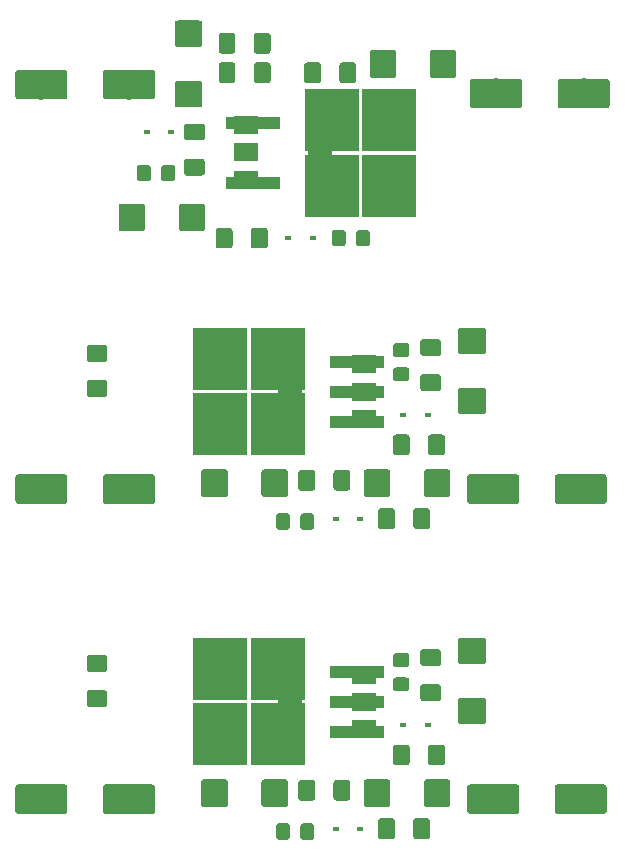
<source format=gtp>
%TF.GenerationSoftware,KiCad,Pcbnew,(5.1.4)-1*%
%TF.CreationDate,2021-09-05T23:43:36-04:00*%
%TF.ProjectId,dual_lm317,6475616c-5f6c-46d3-9331-372e6b696361,rev?*%
%TF.SameCoordinates,Original*%
%TF.FileFunction,Paste,Top*%
%TF.FilePolarity,Positive*%
%FSLAX46Y46*%
G04 Gerber Fmt 4.6, Leading zero omitted, Abs format (unit mm)*
G04 Created by KiCad (PCBNEW (5.1.4)-1) date 2021-09-05 23:43:36*
%MOMM*%
%LPD*%
G04 APERTURE LIST*
%ADD10R,4.550000X5.250000*%
%ADD11R,4.600000X1.100000*%
%ADD12R,2.000000X1.500000*%
%ADD13R,2.000000X3.800000*%
%ADD14C,0.100000*%
%ADD15C,1.425000*%
%ADD16R,0.600000X0.450000*%
%ADD17C,2.500000*%
%ADD18C,2.250000*%
%ADD19C,1.150000*%
G04 APERTURE END LIST*
D10*
%TO.C,U9*%
X127050000Y-104975000D03*
X122200000Y-110525000D03*
X127050000Y-110525000D03*
X122200000Y-104975000D03*
D11*
X133775000Y-105210000D03*
X133775000Y-107750000D03*
X133775000Y-110290000D03*
%TD*%
D12*
%TO.C,U8*%
X134400000Y-110050000D03*
X134400000Y-105450000D03*
X134400000Y-107750000D03*
D13*
X128100000Y-107750000D03*
%TD*%
D14*
%TO.C,R6*%
G36*
X132974504Y-114376204D02*
G01*
X132998773Y-114379804D01*
X133022571Y-114385765D01*
X133045671Y-114394030D01*
X133067849Y-114404520D01*
X133088893Y-114417133D01*
X133108598Y-114431747D01*
X133126777Y-114448223D01*
X133143253Y-114466402D01*
X133157867Y-114486107D01*
X133170480Y-114507151D01*
X133180970Y-114529329D01*
X133189235Y-114552429D01*
X133195196Y-114576227D01*
X133198796Y-114600496D01*
X133200000Y-114625000D01*
X133200000Y-115875000D01*
X133198796Y-115899504D01*
X133195196Y-115923773D01*
X133189235Y-115947571D01*
X133180970Y-115970671D01*
X133170480Y-115992849D01*
X133157867Y-116013893D01*
X133143253Y-116033598D01*
X133126777Y-116051777D01*
X133108598Y-116068253D01*
X133088893Y-116082867D01*
X133067849Y-116095480D01*
X133045671Y-116105970D01*
X133022571Y-116114235D01*
X132998773Y-116120196D01*
X132974504Y-116123796D01*
X132950000Y-116125000D01*
X132025000Y-116125000D01*
X132000496Y-116123796D01*
X131976227Y-116120196D01*
X131952429Y-116114235D01*
X131929329Y-116105970D01*
X131907151Y-116095480D01*
X131886107Y-116082867D01*
X131866402Y-116068253D01*
X131848223Y-116051777D01*
X131831747Y-116033598D01*
X131817133Y-116013893D01*
X131804520Y-115992849D01*
X131794030Y-115970671D01*
X131785765Y-115947571D01*
X131779804Y-115923773D01*
X131776204Y-115899504D01*
X131775000Y-115875000D01*
X131775000Y-114625000D01*
X131776204Y-114600496D01*
X131779804Y-114576227D01*
X131785765Y-114552429D01*
X131794030Y-114529329D01*
X131804520Y-114507151D01*
X131817133Y-114486107D01*
X131831747Y-114466402D01*
X131848223Y-114448223D01*
X131866402Y-114431747D01*
X131886107Y-114417133D01*
X131907151Y-114404520D01*
X131929329Y-114394030D01*
X131952429Y-114385765D01*
X131976227Y-114379804D01*
X132000496Y-114376204D01*
X132025000Y-114375000D01*
X132950000Y-114375000D01*
X132974504Y-114376204D01*
X132974504Y-114376204D01*
G37*
D15*
X132487500Y-115250000D03*
D14*
G36*
X129999504Y-114376204D02*
G01*
X130023773Y-114379804D01*
X130047571Y-114385765D01*
X130070671Y-114394030D01*
X130092849Y-114404520D01*
X130113893Y-114417133D01*
X130133598Y-114431747D01*
X130151777Y-114448223D01*
X130168253Y-114466402D01*
X130182867Y-114486107D01*
X130195480Y-114507151D01*
X130205970Y-114529329D01*
X130214235Y-114552429D01*
X130220196Y-114576227D01*
X130223796Y-114600496D01*
X130225000Y-114625000D01*
X130225000Y-115875000D01*
X130223796Y-115899504D01*
X130220196Y-115923773D01*
X130214235Y-115947571D01*
X130205970Y-115970671D01*
X130195480Y-115992849D01*
X130182867Y-116013893D01*
X130168253Y-116033598D01*
X130151777Y-116051777D01*
X130133598Y-116068253D01*
X130113893Y-116082867D01*
X130092849Y-116095480D01*
X130070671Y-116105970D01*
X130047571Y-116114235D01*
X130023773Y-116120196D01*
X129999504Y-116123796D01*
X129975000Y-116125000D01*
X129050000Y-116125000D01*
X129025496Y-116123796D01*
X129001227Y-116120196D01*
X128977429Y-116114235D01*
X128954329Y-116105970D01*
X128932151Y-116095480D01*
X128911107Y-116082867D01*
X128891402Y-116068253D01*
X128873223Y-116051777D01*
X128856747Y-116033598D01*
X128842133Y-116013893D01*
X128829520Y-115992849D01*
X128819030Y-115970671D01*
X128810765Y-115947571D01*
X128804804Y-115923773D01*
X128801204Y-115899504D01*
X128800000Y-115875000D01*
X128800000Y-114625000D01*
X128801204Y-114600496D01*
X128804804Y-114576227D01*
X128810765Y-114552429D01*
X128819030Y-114529329D01*
X128829520Y-114507151D01*
X128842133Y-114486107D01*
X128856747Y-114466402D01*
X128873223Y-114448223D01*
X128891402Y-114431747D01*
X128911107Y-114417133D01*
X128932151Y-114404520D01*
X128954329Y-114394030D01*
X128977429Y-114385765D01*
X129001227Y-114379804D01*
X129025496Y-114376204D01*
X129050000Y-114375000D01*
X129975000Y-114375000D01*
X129999504Y-114376204D01*
X129999504Y-114376204D01*
G37*
D15*
X129512500Y-115250000D03*
%TD*%
D14*
%TO.C,R5*%
G36*
X139724504Y-117626204D02*
G01*
X139748773Y-117629804D01*
X139772571Y-117635765D01*
X139795671Y-117644030D01*
X139817849Y-117654520D01*
X139838893Y-117667133D01*
X139858598Y-117681747D01*
X139876777Y-117698223D01*
X139893253Y-117716402D01*
X139907867Y-117736107D01*
X139920480Y-117757151D01*
X139930970Y-117779329D01*
X139939235Y-117802429D01*
X139945196Y-117826227D01*
X139948796Y-117850496D01*
X139950000Y-117875000D01*
X139950000Y-119125000D01*
X139948796Y-119149504D01*
X139945196Y-119173773D01*
X139939235Y-119197571D01*
X139930970Y-119220671D01*
X139920480Y-119242849D01*
X139907867Y-119263893D01*
X139893253Y-119283598D01*
X139876777Y-119301777D01*
X139858598Y-119318253D01*
X139838893Y-119332867D01*
X139817849Y-119345480D01*
X139795671Y-119355970D01*
X139772571Y-119364235D01*
X139748773Y-119370196D01*
X139724504Y-119373796D01*
X139700000Y-119375000D01*
X138775000Y-119375000D01*
X138750496Y-119373796D01*
X138726227Y-119370196D01*
X138702429Y-119364235D01*
X138679329Y-119355970D01*
X138657151Y-119345480D01*
X138636107Y-119332867D01*
X138616402Y-119318253D01*
X138598223Y-119301777D01*
X138581747Y-119283598D01*
X138567133Y-119263893D01*
X138554520Y-119242849D01*
X138544030Y-119220671D01*
X138535765Y-119197571D01*
X138529804Y-119173773D01*
X138526204Y-119149504D01*
X138525000Y-119125000D01*
X138525000Y-117875000D01*
X138526204Y-117850496D01*
X138529804Y-117826227D01*
X138535765Y-117802429D01*
X138544030Y-117779329D01*
X138554520Y-117757151D01*
X138567133Y-117736107D01*
X138581747Y-117716402D01*
X138598223Y-117698223D01*
X138616402Y-117681747D01*
X138636107Y-117667133D01*
X138657151Y-117654520D01*
X138679329Y-117644030D01*
X138702429Y-117635765D01*
X138726227Y-117629804D01*
X138750496Y-117626204D01*
X138775000Y-117625000D01*
X139700000Y-117625000D01*
X139724504Y-117626204D01*
X139724504Y-117626204D01*
G37*
D15*
X139237500Y-118500000D03*
D14*
G36*
X136749504Y-117626204D02*
G01*
X136773773Y-117629804D01*
X136797571Y-117635765D01*
X136820671Y-117644030D01*
X136842849Y-117654520D01*
X136863893Y-117667133D01*
X136883598Y-117681747D01*
X136901777Y-117698223D01*
X136918253Y-117716402D01*
X136932867Y-117736107D01*
X136945480Y-117757151D01*
X136955970Y-117779329D01*
X136964235Y-117802429D01*
X136970196Y-117826227D01*
X136973796Y-117850496D01*
X136975000Y-117875000D01*
X136975000Y-119125000D01*
X136973796Y-119149504D01*
X136970196Y-119173773D01*
X136964235Y-119197571D01*
X136955970Y-119220671D01*
X136945480Y-119242849D01*
X136932867Y-119263893D01*
X136918253Y-119283598D01*
X136901777Y-119301777D01*
X136883598Y-119318253D01*
X136863893Y-119332867D01*
X136842849Y-119345480D01*
X136820671Y-119355970D01*
X136797571Y-119364235D01*
X136773773Y-119370196D01*
X136749504Y-119373796D01*
X136725000Y-119375000D01*
X135800000Y-119375000D01*
X135775496Y-119373796D01*
X135751227Y-119370196D01*
X135727429Y-119364235D01*
X135704329Y-119355970D01*
X135682151Y-119345480D01*
X135661107Y-119332867D01*
X135641402Y-119318253D01*
X135623223Y-119301777D01*
X135606747Y-119283598D01*
X135592133Y-119263893D01*
X135579520Y-119242849D01*
X135569030Y-119220671D01*
X135560765Y-119197571D01*
X135554804Y-119173773D01*
X135551204Y-119149504D01*
X135550000Y-119125000D01*
X135550000Y-117875000D01*
X135551204Y-117850496D01*
X135554804Y-117826227D01*
X135560765Y-117802429D01*
X135569030Y-117779329D01*
X135579520Y-117757151D01*
X135592133Y-117736107D01*
X135606747Y-117716402D01*
X135623223Y-117698223D01*
X135641402Y-117681747D01*
X135661107Y-117667133D01*
X135682151Y-117654520D01*
X135704329Y-117644030D01*
X135727429Y-117635765D01*
X135751227Y-117629804D01*
X135775496Y-117626204D01*
X135800000Y-117625000D01*
X136725000Y-117625000D01*
X136749504Y-117626204D01*
X136749504Y-117626204D01*
G37*
D15*
X136262500Y-118500000D03*
%TD*%
D16*
%TO.C,D6*%
X134050000Y-118500000D03*
X131950000Y-118500000D03*
%TD*%
%TO.C,D5*%
X137700000Y-109750000D03*
X139800000Y-109750000D03*
%TD*%
D14*
%TO.C,C30*%
G36*
X109024504Y-114751204D02*
G01*
X109048773Y-114754804D01*
X109072571Y-114760765D01*
X109095671Y-114769030D01*
X109117849Y-114779520D01*
X109138893Y-114792133D01*
X109158598Y-114806747D01*
X109176777Y-114823223D01*
X109193253Y-114841402D01*
X109207867Y-114861107D01*
X109220480Y-114882151D01*
X109230970Y-114904329D01*
X109239235Y-114927429D01*
X109245196Y-114951227D01*
X109248796Y-114975496D01*
X109250000Y-115000000D01*
X109250000Y-117000000D01*
X109248796Y-117024504D01*
X109245196Y-117048773D01*
X109239235Y-117072571D01*
X109230970Y-117095671D01*
X109220480Y-117117849D01*
X109207867Y-117138893D01*
X109193253Y-117158598D01*
X109176777Y-117176777D01*
X109158598Y-117193253D01*
X109138893Y-117207867D01*
X109117849Y-117220480D01*
X109095671Y-117230970D01*
X109072571Y-117239235D01*
X109048773Y-117245196D01*
X109024504Y-117248796D01*
X109000000Y-117250000D01*
X105100000Y-117250000D01*
X105075496Y-117248796D01*
X105051227Y-117245196D01*
X105027429Y-117239235D01*
X105004329Y-117230970D01*
X104982151Y-117220480D01*
X104961107Y-117207867D01*
X104941402Y-117193253D01*
X104923223Y-117176777D01*
X104906747Y-117158598D01*
X104892133Y-117138893D01*
X104879520Y-117117849D01*
X104869030Y-117095671D01*
X104860765Y-117072571D01*
X104854804Y-117048773D01*
X104851204Y-117024504D01*
X104850000Y-117000000D01*
X104850000Y-115000000D01*
X104851204Y-114975496D01*
X104854804Y-114951227D01*
X104860765Y-114927429D01*
X104869030Y-114904329D01*
X104879520Y-114882151D01*
X104892133Y-114861107D01*
X104906747Y-114841402D01*
X104923223Y-114823223D01*
X104941402Y-114806747D01*
X104961107Y-114792133D01*
X104982151Y-114779520D01*
X105004329Y-114769030D01*
X105027429Y-114760765D01*
X105051227Y-114754804D01*
X105075496Y-114751204D01*
X105100000Y-114750000D01*
X109000000Y-114750000D01*
X109024504Y-114751204D01*
X109024504Y-114751204D01*
G37*
D17*
X107050000Y-116000000D03*
D14*
G36*
X116424504Y-114751204D02*
G01*
X116448773Y-114754804D01*
X116472571Y-114760765D01*
X116495671Y-114769030D01*
X116517849Y-114779520D01*
X116538893Y-114792133D01*
X116558598Y-114806747D01*
X116576777Y-114823223D01*
X116593253Y-114841402D01*
X116607867Y-114861107D01*
X116620480Y-114882151D01*
X116630970Y-114904329D01*
X116639235Y-114927429D01*
X116645196Y-114951227D01*
X116648796Y-114975496D01*
X116650000Y-115000000D01*
X116650000Y-117000000D01*
X116648796Y-117024504D01*
X116645196Y-117048773D01*
X116639235Y-117072571D01*
X116630970Y-117095671D01*
X116620480Y-117117849D01*
X116607867Y-117138893D01*
X116593253Y-117158598D01*
X116576777Y-117176777D01*
X116558598Y-117193253D01*
X116538893Y-117207867D01*
X116517849Y-117220480D01*
X116495671Y-117230970D01*
X116472571Y-117239235D01*
X116448773Y-117245196D01*
X116424504Y-117248796D01*
X116400000Y-117250000D01*
X112500000Y-117250000D01*
X112475496Y-117248796D01*
X112451227Y-117245196D01*
X112427429Y-117239235D01*
X112404329Y-117230970D01*
X112382151Y-117220480D01*
X112361107Y-117207867D01*
X112341402Y-117193253D01*
X112323223Y-117176777D01*
X112306747Y-117158598D01*
X112292133Y-117138893D01*
X112279520Y-117117849D01*
X112269030Y-117095671D01*
X112260765Y-117072571D01*
X112254804Y-117048773D01*
X112251204Y-117024504D01*
X112250000Y-117000000D01*
X112250000Y-115000000D01*
X112251204Y-114975496D01*
X112254804Y-114951227D01*
X112260765Y-114927429D01*
X112269030Y-114904329D01*
X112279520Y-114882151D01*
X112292133Y-114861107D01*
X112306747Y-114841402D01*
X112323223Y-114823223D01*
X112341402Y-114806747D01*
X112361107Y-114792133D01*
X112382151Y-114779520D01*
X112404329Y-114769030D01*
X112427429Y-114760765D01*
X112451227Y-114754804D01*
X112475496Y-114751204D01*
X112500000Y-114750000D01*
X116400000Y-114750000D01*
X116424504Y-114751204D01*
X116424504Y-114751204D01*
G37*
D17*
X114450000Y-116000000D03*
%TD*%
D14*
%TO.C,C29*%
G36*
X122599505Y-114326204D02*
G01*
X122623773Y-114329804D01*
X122647572Y-114335765D01*
X122670671Y-114344030D01*
X122692850Y-114354520D01*
X122713893Y-114367132D01*
X122733599Y-114381747D01*
X122751777Y-114398223D01*
X122768253Y-114416401D01*
X122782868Y-114436107D01*
X122795480Y-114457150D01*
X122805970Y-114479329D01*
X122814235Y-114502428D01*
X122820196Y-114526227D01*
X122823796Y-114550495D01*
X122825000Y-114574999D01*
X122825000Y-116425001D01*
X122823796Y-116449505D01*
X122820196Y-116473773D01*
X122814235Y-116497572D01*
X122805970Y-116520671D01*
X122795480Y-116542850D01*
X122782868Y-116563893D01*
X122768253Y-116583599D01*
X122751777Y-116601777D01*
X122733599Y-116618253D01*
X122713893Y-116632868D01*
X122692850Y-116645480D01*
X122670671Y-116655970D01*
X122647572Y-116664235D01*
X122623773Y-116670196D01*
X122599505Y-116673796D01*
X122575001Y-116675000D01*
X120824999Y-116675000D01*
X120800495Y-116673796D01*
X120776227Y-116670196D01*
X120752428Y-116664235D01*
X120729329Y-116655970D01*
X120707150Y-116645480D01*
X120686107Y-116632868D01*
X120666401Y-116618253D01*
X120648223Y-116601777D01*
X120631747Y-116583599D01*
X120617132Y-116563893D01*
X120604520Y-116542850D01*
X120594030Y-116520671D01*
X120585765Y-116497572D01*
X120579804Y-116473773D01*
X120576204Y-116449505D01*
X120575000Y-116425001D01*
X120575000Y-114574999D01*
X120576204Y-114550495D01*
X120579804Y-114526227D01*
X120585765Y-114502428D01*
X120594030Y-114479329D01*
X120604520Y-114457150D01*
X120617132Y-114436107D01*
X120631747Y-114416401D01*
X120648223Y-114398223D01*
X120666401Y-114381747D01*
X120686107Y-114367132D01*
X120707150Y-114354520D01*
X120729329Y-114344030D01*
X120752428Y-114335765D01*
X120776227Y-114329804D01*
X120800495Y-114326204D01*
X120824999Y-114325000D01*
X122575001Y-114325000D01*
X122599505Y-114326204D01*
X122599505Y-114326204D01*
G37*
D18*
X121700000Y-115500000D03*
D14*
G36*
X127699505Y-114326204D02*
G01*
X127723773Y-114329804D01*
X127747572Y-114335765D01*
X127770671Y-114344030D01*
X127792850Y-114354520D01*
X127813893Y-114367132D01*
X127833599Y-114381747D01*
X127851777Y-114398223D01*
X127868253Y-114416401D01*
X127882868Y-114436107D01*
X127895480Y-114457150D01*
X127905970Y-114479329D01*
X127914235Y-114502428D01*
X127920196Y-114526227D01*
X127923796Y-114550495D01*
X127925000Y-114574999D01*
X127925000Y-116425001D01*
X127923796Y-116449505D01*
X127920196Y-116473773D01*
X127914235Y-116497572D01*
X127905970Y-116520671D01*
X127895480Y-116542850D01*
X127882868Y-116563893D01*
X127868253Y-116583599D01*
X127851777Y-116601777D01*
X127833599Y-116618253D01*
X127813893Y-116632868D01*
X127792850Y-116645480D01*
X127770671Y-116655970D01*
X127747572Y-116664235D01*
X127723773Y-116670196D01*
X127699505Y-116673796D01*
X127675001Y-116675000D01*
X125924999Y-116675000D01*
X125900495Y-116673796D01*
X125876227Y-116670196D01*
X125852428Y-116664235D01*
X125829329Y-116655970D01*
X125807150Y-116645480D01*
X125786107Y-116632868D01*
X125766401Y-116618253D01*
X125748223Y-116601777D01*
X125731747Y-116583599D01*
X125717132Y-116563893D01*
X125704520Y-116542850D01*
X125694030Y-116520671D01*
X125685765Y-116497572D01*
X125679804Y-116473773D01*
X125676204Y-116449505D01*
X125675000Y-116425001D01*
X125675000Y-114574999D01*
X125676204Y-114550495D01*
X125679804Y-114526227D01*
X125685765Y-114502428D01*
X125694030Y-114479329D01*
X125704520Y-114457150D01*
X125717132Y-114436107D01*
X125731747Y-114416401D01*
X125748223Y-114398223D01*
X125766401Y-114381747D01*
X125786107Y-114367132D01*
X125807150Y-114354520D01*
X125829329Y-114344030D01*
X125852428Y-114335765D01*
X125876227Y-114329804D01*
X125900495Y-114326204D01*
X125924999Y-114325000D01*
X127675001Y-114325000D01*
X127699505Y-114326204D01*
X127699505Y-114326204D01*
G37*
D18*
X126800000Y-115500000D03*
%TD*%
D14*
%TO.C,C28*%
G36*
X112399504Y-106776204D02*
G01*
X112423773Y-106779804D01*
X112447571Y-106785765D01*
X112470671Y-106794030D01*
X112492849Y-106804520D01*
X112513893Y-106817133D01*
X112533598Y-106831747D01*
X112551777Y-106848223D01*
X112568253Y-106866402D01*
X112582867Y-106886107D01*
X112595480Y-106907151D01*
X112605970Y-106929329D01*
X112614235Y-106952429D01*
X112620196Y-106976227D01*
X112623796Y-107000496D01*
X112625000Y-107025000D01*
X112625000Y-107950000D01*
X112623796Y-107974504D01*
X112620196Y-107998773D01*
X112614235Y-108022571D01*
X112605970Y-108045671D01*
X112595480Y-108067849D01*
X112582867Y-108088893D01*
X112568253Y-108108598D01*
X112551777Y-108126777D01*
X112533598Y-108143253D01*
X112513893Y-108157867D01*
X112492849Y-108170480D01*
X112470671Y-108180970D01*
X112447571Y-108189235D01*
X112423773Y-108195196D01*
X112399504Y-108198796D01*
X112375000Y-108200000D01*
X111125000Y-108200000D01*
X111100496Y-108198796D01*
X111076227Y-108195196D01*
X111052429Y-108189235D01*
X111029329Y-108180970D01*
X111007151Y-108170480D01*
X110986107Y-108157867D01*
X110966402Y-108143253D01*
X110948223Y-108126777D01*
X110931747Y-108108598D01*
X110917133Y-108088893D01*
X110904520Y-108067849D01*
X110894030Y-108045671D01*
X110885765Y-108022571D01*
X110879804Y-107998773D01*
X110876204Y-107974504D01*
X110875000Y-107950000D01*
X110875000Y-107025000D01*
X110876204Y-107000496D01*
X110879804Y-106976227D01*
X110885765Y-106952429D01*
X110894030Y-106929329D01*
X110904520Y-106907151D01*
X110917133Y-106886107D01*
X110931747Y-106866402D01*
X110948223Y-106848223D01*
X110966402Y-106831747D01*
X110986107Y-106817133D01*
X111007151Y-106804520D01*
X111029329Y-106794030D01*
X111052429Y-106785765D01*
X111076227Y-106779804D01*
X111100496Y-106776204D01*
X111125000Y-106775000D01*
X112375000Y-106775000D01*
X112399504Y-106776204D01*
X112399504Y-106776204D01*
G37*
D15*
X111750000Y-107487500D03*
D14*
G36*
X112399504Y-103801204D02*
G01*
X112423773Y-103804804D01*
X112447571Y-103810765D01*
X112470671Y-103819030D01*
X112492849Y-103829520D01*
X112513893Y-103842133D01*
X112533598Y-103856747D01*
X112551777Y-103873223D01*
X112568253Y-103891402D01*
X112582867Y-103911107D01*
X112595480Y-103932151D01*
X112605970Y-103954329D01*
X112614235Y-103977429D01*
X112620196Y-104001227D01*
X112623796Y-104025496D01*
X112625000Y-104050000D01*
X112625000Y-104975000D01*
X112623796Y-104999504D01*
X112620196Y-105023773D01*
X112614235Y-105047571D01*
X112605970Y-105070671D01*
X112595480Y-105092849D01*
X112582867Y-105113893D01*
X112568253Y-105133598D01*
X112551777Y-105151777D01*
X112533598Y-105168253D01*
X112513893Y-105182867D01*
X112492849Y-105195480D01*
X112470671Y-105205970D01*
X112447571Y-105214235D01*
X112423773Y-105220196D01*
X112399504Y-105223796D01*
X112375000Y-105225000D01*
X111125000Y-105225000D01*
X111100496Y-105223796D01*
X111076227Y-105220196D01*
X111052429Y-105214235D01*
X111029329Y-105205970D01*
X111007151Y-105195480D01*
X110986107Y-105182867D01*
X110966402Y-105168253D01*
X110948223Y-105151777D01*
X110931747Y-105133598D01*
X110917133Y-105113893D01*
X110904520Y-105092849D01*
X110894030Y-105070671D01*
X110885765Y-105047571D01*
X110879804Y-105023773D01*
X110876204Y-104999504D01*
X110875000Y-104975000D01*
X110875000Y-104050000D01*
X110876204Y-104025496D01*
X110879804Y-104001227D01*
X110885765Y-103977429D01*
X110894030Y-103954329D01*
X110904520Y-103932151D01*
X110917133Y-103911107D01*
X110931747Y-103891402D01*
X110948223Y-103873223D01*
X110966402Y-103856747D01*
X110986107Y-103842133D01*
X111007151Y-103829520D01*
X111029329Y-103819030D01*
X111052429Y-103810765D01*
X111076227Y-103804804D01*
X111100496Y-103801204D01*
X111125000Y-103800000D01*
X112375000Y-103800000D01*
X112399504Y-103801204D01*
X112399504Y-103801204D01*
G37*
D15*
X111750000Y-104512500D03*
%TD*%
D14*
%TO.C,C27*%
G36*
X127849505Y-118051204D02*
G01*
X127873773Y-118054804D01*
X127897572Y-118060765D01*
X127920671Y-118069030D01*
X127942850Y-118079520D01*
X127963893Y-118092132D01*
X127983599Y-118106747D01*
X128001777Y-118123223D01*
X128018253Y-118141401D01*
X128032868Y-118161107D01*
X128045480Y-118182150D01*
X128055970Y-118204329D01*
X128064235Y-118227428D01*
X128070196Y-118251227D01*
X128073796Y-118275495D01*
X128075000Y-118299999D01*
X128075000Y-119200001D01*
X128073796Y-119224505D01*
X128070196Y-119248773D01*
X128064235Y-119272572D01*
X128055970Y-119295671D01*
X128045480Y-119317850D01*
X128032868Y-119338893D01*
X128018253Y-119358599D01*
X128001777Y-119376777D01*
X127983599Y-119393253D01*
X127963893Y-119407868D01*
X127942850Y-119420480D01*
X127920671Y-119430970D01*
X127897572Y-119439235D01*
X127873773Y-119445196D01*
X127849505Y-119448796D01*
X127825001Y-119450000D01*
X127174999Y-119450000D01*
X127150495Y-119448796D01*
X127126227Y-119445196D01*
X127102428Y-119439235D01*
X127079329Y-119430970D01*
X127057150Y-119420480D01*
X127036107Y-119407868D01*
X127016401Y-119393253D01*
X126998223Y-119376777D01*
X126981747Y-119358599D01*
X126967132Y-119338893D01*
X126954520Y-119317850D01*
X126944030Y-119295671D01*
X126935765Y-119272572D01*
X126929804Y-119248773D01*
X126926204Y-119224505D01*
X126925000Y-119200001D01*
X126925000Y-118299999D01*
X126926204Y-118275495D01*
X126929804Y-118251227D01*
X126935765Y-118227428D01*
X126944030Y-118204329D01*
X126954520Y-118182150D01*
X126967132Y-118161107D01*
X126981747Y-118141401D01*
X126998223Y-118123223D01*
X127016401Y-118106747D01*
X127036107Y-118092132D01*
X127057150Y-118079520D01*
X127079329Y-118069030D01*
X127102428Y-118060765D01*
X127126227Y-118054804D01*
X127150495Y-118051204D01*
X127174999Y-118050000D01*
X127825001Y-118050000D01*
X127849505Y-118051204D01*
X127849505Y-118051204D01*
G37*
D19*
X127500000Y-118750000D03*
D14*
G36*
X129899505Y-118051204D02*
G01*
X129923773Y-118054804D01*
X129947572Y-118060765D01*
X129970671Y-118069030D01*
X129992850Y-118079520D01*
X130013893Y-118092132D01*
X130033599Y-118106747D01*
X130051777Y-118123223D01*
X130068253Y-118141401D01*
X130082868Y-118161107D01*
X130095480Y-118182150D01*
X130105970Y-118204329D01*
X130114235Y-118227428D01*
X130120196Y-118251227D01*
X130123796Y-118275495D01*
X130125000Y-118299999D01*
X130125000Y-119200001D01*
X130123796Y-119224505D01*
X130120196Y-119248773D01*
X130114235Y-119272572D01*
X130105970Y-119295671D01*
X130095480Y-119317850D01*
X130082868Y-119338893D01*
X130068253Y-119358599D01*
X130051777Y-119376777D01*
X130033599Y-119393253D01*
X130013893Y-119407868D01*
X129992850Y-119420480D01*
X129970671Y-119430970D01*
X129947572Y-119439235D01*
X129923773Y-119445196D01*
X129899505Y-119448796D01*
X129875001Y-119450000D01*
X129224999Y-119450000D01*
X129200495Y-119448796D01*
X129176227Y-119445196D01*
X129152428Y-119439235D01*
X129129329Y-119430970D01*
X129107150Y-119420480D01*
X129086107Y-119407868D01*
X129066401Y-119393253D01*
X129048223Y-119376777D01*
X129031747Y-119358599D01*
X129017132Y-119338893D01*
X129004520Y-119317850D01*
X128994030Y-119295671D01*
X128985765Y-119272572D01*
X128979804Y-119248773D01*
X128976204Y-119224505D01*
X128975000Y-119200001D01*
X128975000Y-118299999D01*
X128976204Y-118275495D01*
X128979804Y-118251227D01*
X128985765Y-118227428D01*
X128994030Y-118204329D01*
X129004520Y-118182150D01*
X129017132Y-118161107D01*
X129031747Y-118141401D01*
X129048223Y-118123223D01*
X129066401Y-118106747D01*
X129086107Y-118092132D01*
X129107150Y-118079520D01*
X129129329Y-118069030D01*
X129152428Y-118060765D01*
X129176227Y-118054804D01*
X129200495Y-118051204D01*
X129224999Y-118050000D01*
X129875001Y-118050000D01*
X129899505Y-118051204D01*
X129899505Y-118051204D01*
G37*
D19*
X129550000Y-118750000D03*
%TD*%
D14*
%TO.C,C26*%
G36*
X140974504Y-111376204D02*
G01*
X140998773Y-111379804D01*
X141022571Y-111385765D01*
X141045671Y-111394030D01*
X141067849Y-111404520D01*
X141088893Y-111417133D01*
X141108598Y-111431747D01*
X141126777Y-111448223D01*
X141143253Y-111466402D01*
X141157867Y-111486107D01*
X141170480Y-111507151D01*
X141180970Y-111529329D01*
X141189235Y-111552429D01*
X141195196Y-111576227D01*
X141198796Y-111600496D01*
X141200000Y-111625000D01*
X141200000Y-112875000D01*
X141198796Y-112899504D01*
X141195196Y-112923773D01*
X141189235Y-112947571D01*
X141180970Y-112970671D01*
X141170480Y-112992849D01*
X141157867Y-113013893D01*
X141143253Y-113033598D01*
X141126777Y-113051777D01*
X141108598Y-113068253D01*
X141088893Y-113082867D01*
X141067849Y-113095480D01*
X141045671Y-113105970D01*
X141022571Y-113114235D01*
X140998773Y-113120196D01*
X140974504Y-113123796D01*
X140950000Y-113125000D01*
X140025000Y-113125000D01*
X140000496Y-113123796D01*
X139976227Y-113120196D01*
X139952429Y-113114235D01*
X139929329Y-113105970D01*
X139907151Y-113095480D01*
X139886107Y-113082867D01*
X139866402Y-113068253D01*
X139848223Y-113051777D01*
X139831747Y-113033598D01*
X139817133Y-113013893D01*
X139804520Y-112992849D01*
X139794030Y-112970671D01*
X139785765Y-112947571D01*
X139779804Y-112923773D01*
X139776204Y-112899504D01*
X139775000Y-112875000D01*
X139775000Y-111625000D01*
X139776204Y-111600496D01*
X139779804Y-111576227D01*
X139785765Y-111552429D01*
X139794030Y-111529329D01*
X139804520Y-111507151D01*
X139817133Y-111486107D01*
X139831747Y-111466402D01*
X139848223Y-111448223D01*
X139866402Y-111431747D01*
X139886107Y-111417133D01*
X139907151Y-111404520D01*
X139929329Y-111394030D01*
X139952429Y-111385765D01*
X139976227Y-111379804D01*
X140000496Y-111376204D01*
X140025000Y-111375000D01*
X140950000Y-111375000D01*
X140974504Y-111376204D01*
X140974504Y-111376204D01*
G37*
D15*
X140487500Y-112250000D03*
D14*
G36*
X137999504Y-111376204D02*
G01*
X138023773Y-111379804D01*
X138047571Y-111385765D01*
X138070671Y-111394030D01*
X138092849Y-111404520D01*
X138113893Y-111417133D01*
X138133598Y-111431747D01*
X138151777Y-111448223D01*
X138168253Y-111466402D01*
X138182867Y-111486107D01*
X138195480Y-111507151D01*
X138205970Y-111529329D01*
X138214235Y-111552429D01*
X138220196Y-111576227D01*
X138223796Y-111600496D01*
X138225000Y-111625000D01*
X138225000Y-112875000D01*
X138223796Y-112899504D01*
X138220196Y-112923773D01*
X138214235Y-112947571D01*
X138205970Y-112970671D01*
X138195480Y-112992849D01*
X138182867Y-113013893D01*
X138168253Y-113033598D01*
X138151777Y-113051777D01*
X138133598Y-113068253D01*
X138113893Y-113082867D01*
X138092849Y-113095480D01*
X138070671Y-113105970D01*
X138047571Y-113114235D01*
X138023773Y-113120196D01*
X137999504Y-113123796D01*
X137975000Y-113125000D01*
X137050000Y-113125000D01*
X137025496Y-113123796D01*
X137001227Y-113120196D01*
X136977429Y-113114235D01*
X136954329Y-113105970D01*
X136932151Y-113095480D01*
X136911107Y-113082867D01*
X136891402Y-113068253D01*
X136873223Y-113051777D01*
X136856747Y-113033598D01*
X136842133Y-113013893D01*
X136829520Y-112992849D01*
X136819030Y-112970671D01*
X136810765Y-112947571D01*
X136804804Y-112923773D01*
X136801204Y-112899504D01*
X136800000Y-112875000D01*
X136800000Y-111625000D01*
X136801204Y-111600496D01*
X136804804Y-111576227D01*
X136810765Y-111552429D01*
X136819030Y-111529329D01*
X136829520Y-111507151D01*
X136842133Y-111486107D01*
X136856747Y-111466402D01*
X136873223Y-111448223D01*
X136891402Y-111431747D01*
X136911107Y-111417133D01*
X136932151Y-111404520D01*
X136954329Y-111394030D01*
X136977429Y-111385765D01*
X137001227Y-111379804D01*
X137025496Y-111376204D01*
X137050000Y-111375000D01*
X137975000Y-111375000D01*
X137999504Y-111376204D01*
X137999504Y-111376204D01*
G37*
D15*
X137512500Y-112250000D03*
%TD*%
D14*
%TO.C,C25*%
G36*
X141449505Y-114326204D02*
G01*
X141473773Y-114329804D01*
X141497572Y-114335765D01*
X141520671Y-114344030D01*
X141542850Y-114354520D01*
X141563893Y-114367132D01*
X141583599Y-114381747D01*
X141601777Y-114398223D01*
X141618253Y-114416401D01*
X141632868Y-114436107D01*
X141645480Y-114457150D01*
X141655970Y-114479329D01*
X141664235Y-114502428D01*
X141670196Y-114526227D01*
X141673796Y-114550495D01*
X141675000Y-114574999D01*
X141675000Y-116425001D01*
X141673796Y-116449505D01*
X141670196Y-116473773D01*
X141664235Y-116497572D01*
X141655970Y-116520671D01*
X141645480Y-116542850D01*
X141632868Y-116563893D01*
X141618253Y-116583599D01*
X141601777Y-116601777D01*
X141583599Y-116618253D01*
X141563893Y-116632868D01*
X141542850Y-116645480D01*
X141520671Y-116655970D01*
X141497572Y-116664235D01*
X141473773Y-116670196D01*
X141449505Y-116673796D01*
X141425001Y-116675000D01*
X139674999Y-116675000D01*
X139650495Y-116673796D01*
X139626227Y-116670196D01*
X139602428Y-116664235D01*
X139579329Y-116655970D01*
X139557150Y-116645480D01*
X139536107Y-116632868D01*
X139516401Y-116618253D01*
X139498223Y-116601777D01*
X139481747Y-116583599D01*
X139467132Y-116563893D01*
X139454520Y-116542850D01*
X139444030Y-116520671D01*
X139435765Y-116497572D01*
X139429804Y-116473773D01*
X139426204Y-116449505D01*
X139425000Y-116425001D01*
X139425000Y-114574999D01*
X139426204Y-114550495D01*
X139429804Y-114526227D01*
X139435765Y-114502428D01*
X139444030Y-114479329D01*
X139454520Y-114457150D01*
X139467132Y-114436107D01*
X139481747Y-114416401D01*
X139498223Y-114398223D01*
X139516401Y-114381747D01*
X139536107Y-114367132D01*
X139557150Y-114354520D01*
X139579329Y-114344030D01*
X139602428Y-114335765D01*
X139626227Y-114329804D01*
X139650495Y-114326204D01*
X139674999Y-114325000D01*
X141425001Y-114325000D01*
X141449505Y-114326204D01*
X141449505Y-114326204D01*
G37*
D18*
X140550000Y-115500000D03*
D14*
G36*
X136349505Y-114326204D02*
G01*
X136373773Y-114329804D01*
X136397572Y-114335765D01*
X136420671Y-114344030D01*
X136442850Y-114354520D01*
X136463893Y-114367132D01*
X136483599Y-114381747D01*
X136501777Y-114398223D01*
X136518253Y-114416401D01*
X136532868Y-114436107D01*
X136545480Y-114457150D01*
X136555970Y-114479329D01*
X136564235Y-114502428D01*
X136570196Y-114526227D01*
X136573796Y-114550495D01*
X136575000Y-114574999D01*
X136575000Y-116425001D01*
X136573796Y-116449505D01*
X136570196Y-116473773D01*
X136564235Y-116497572D01*
X136555970Y-116520671D01*
X136545480Y-116542850D01*
X136532868Y-116563893D01*
X136518253Y-116583599D01*
X136501777Y-116601777D01*
X136483599Y-116618253D01*
X136463893Y-116632868D01*
X136442850Y-116645480D01*
X136420671Y-116655970D01*
X136397572Y-116664235D01*
X136373773Y-116670196D01*
X136349505Y-116673796D01*
X136325001Y-116675000D01*
X134574999Y-116675000D01*
X134550495Y-116673796D01*
X134526227Y-116670196D01*
X134502428Y-116664235D01*
X134479329Y-116655970D01*
X134457150Y-116645480D01*
X134436107Y-116632868D01*
X134416401Y-116618253D01*
X134398223Y-116601777D01*
X134381747Y-116583599D01*
X134367132Y-116563893D01*
X134354520Y-116542850D01*
X134344030Y-116520671D01*
X134335765Y-116497572D01*
X134329804Y-116473773D01*
X134326204Y-116449505D01*
X134325000Y-116425001D01*
X134325000Y-114574999D01*
X134326204Y-114550495D01*
X134329804Y-114526227D01*
X134335765Y-114502428D01*
X134344030Y-114479329D01*
X134354520Y-114457150D01*
X134367132Y-114436107D01*
X134381747Y-114416401D01*
X134398223Y-114398223D01*
X134416401Y-114381747D01*
X134436107Y-114367132D01*
X134457150Y-114354520D01*
X134479329Y-114344030D01*
X134502428Y-114335765D01*
X134526227Y-114329804D01*
X134550495Y-114326204D01*
X134574999Y-114325000D01*
X136325001Y-114325000D01*
X136349505Y-114326204D01*
X136349505Y-114326204D01*
G37*
D18*
X135450000Y-115500000D03*
%TD*%
D14*
%TO.C,C24*%
G36*
X147274504Y-114751204D02*
G01*
X147298773Y-114754804D01*
X147322571Y-114760765D01*
X147345671Y-114769030D01*
X147367849Y-114779520D01*
X147388893Y-114792133D01*
X147408598Y-114806747D01*
X147426777Y-114823223D01*
X147443253Y-114841402D01*
X147457867Y-114861107D01*
X147470480Y-114882151D01*
X147480970Y-114904329D01*
X147489235Y-114927429D01*
X147495196Y-114951227D01*
X147498796Y-114975496D01*
X147500000Y-115000000D01*
X147500000Y-117000000D01*
X147498796Y-117024504D01*
X147495196Y-117048773D01*
X147489235Y-117072571D01*
X147480970Y-117095671D01*
X147470480Y-117117849D01*
X147457867Y-117138893D01*
X147443253Y-117158598D01*
X147426777Y-117176777D01*
X147408598Y-117193253D01*
X147388893Y-117207867D01*
X147367849Y-117220480D01*
X147345671Y-117230970D01*
X147322571Y-117239235D01*
X147298773Y-117245196D01*
X147274504Y-117248796D01*
X147250000Y-117250000D01*
X143350000Y-117250000D01*
X143325496Y-117248796D01*
X143301227Y-117245196D01*
X143277429Y-117239235D01*
X143254329Y-117230970D01*
X143232151Y-117220480D01*
X143211107Y-117207867D01*
X143191402Y-117193253D01*
X143173223Y-117176777D01*
X143156747Y-117158598D01*
X143142133Y-117138893D01*
X143129520Y-117117849D01*
X143119030Y-117095671D01*
X143110765Y-117072571D01*
X143104804Y-117048773D01*
X143101204Y-117024504D01*
X143100000Y-117000000D01*
X143100000Y-115000000D01*
X143101204Y-114975496D01*
X143104804Y-114951227D01*
X143110765Y-114927429D01*
X143119030Y-114904329D01*
X143129520Y-114882151D01*
X143142133Y-114861107D01*
X143156747Y-114841402D01*
X143173223Y-114823223D01*
X143191402Y-114806747D01*
X143211107Y-114792133D01*
X143232151Y-114779520D01*
X143254329Y-114769030D01*
X143277429Y-114760765D01*
X143301227Y-114754804D01*
X143325496Y-114751204D01*
X143350000Y-114750000D01*
X147250000Y-114750000D01*
X147274504Y-114751204D01*
X147274504Y-114751204D01*
G37*
D17*
X145300000Y-116000000D03*
D14*
G36*
X154674504Y-114751204D02*
G01*
X154698773Y-114754804D01*
X154722571Y-114760765D01*
X154745671Y-114769030D01*
X154767849Y-114779520D01*
X154788893Y-114792133D01*
X154808598Y-114806747D01*
X154826777Y-114823223D01*
X154843253Y-114841402D01*
X154857867Y-114861107D01*
X154870480Y-114882151D01*
X154880970Y-114904329D01*
X154889235Y-114927429D01*
X154895196Y-114951227D01*
X154898796Y-114975496D01*
X154900000Y-115000000D01*
X154900000Y-117000000D01*
X154898796Y-117024504D01*
X154895196Y-117048773D01*
X154889235Y-117072571D01*
X154880970Y-117095671D01*
X154870480Y-117117849D01*
X154857867Y-117138893D01*
X154843253Y-117158598D01*
X154826777Y-117176777D01*
X154808598Y-117193253D01*
X154788893Y-117207867D01*
X154767849Y-117220480D01*
X154745671Y-117230970D01*
X154722571Y-117239235D01*
X154698773Y-117245196D01*
X154674504Y-117248796D01*
X154650000Y-117250000D01*
X150750000Y-117250000D01*
X150725496Y-117248796D01*
X150701227Y-117245196D01*
X150677429Y-117239235D01*
X150654329Y-117230970D01*
X150632151Y-117220480D01*
X150611107Y-117207867D01*
X150591402Y-117193253D01*
X150573223Y-117176777D01*
X150556747Y-117158598D01*
X150542133Y-117138893D01*
X150529520Y-117117849D01*
X150519030Y-117095671D01*
X150510765Y-117072571D01*
X150504804Y-117048773D01*
X150501204Y-117024504D01*
X150500000Y-117000000D01*
X150500000Y-115000000D01*
X150501204Y-114975496D01*
X150504804Y-114951227D01*
X150510765Y-114927429D01*
X150519030Y-114904329D01*
X150529520Y-114882151D01*
X150542133Y-114861107D01*
X150556747Y-114841402D01*
X150573223Y-114823223D01*
X150591402Y-114806747D01*
X150611107Y-114792133D01*
X150632151Y-114779520D01*
X150654329Y-114769030D01*
X150677429Y-114760765D01*
X150701227Y-114754804D01*
X150725496Y-114751204D01*
X150750000Y-114750000D01*
X154650000Y-114750000D01*
X154674504Y-114751204D01*
X154674504Y-114751204D01*
G37*
D17*
X152700000Y-116000000D03*
%TD*%
D14*
%TO.C,C23*%
G36*
X144449505Y-107426204D02*
G01*
X144473773Y-107429804D01*
X144497572Y-107435765D01*
X144520671Y-107444030D01*
X144542850Y-107454520D01*
X144563893Y-107467132D01*
X144583599Y-107481747D01*
X144601777Y-107498223D01*
X144618253Y-107516401D01*
X144632868Y-107536107D01*
X144645480Y-107557150D01*
X144655970Y-107579329D01*
X144664235Y-107602428D01*
X144670196Y-107626227D01*
X144673796Y-107650495D01*
X144675000Y-107674999D01*
X144675000Y-109425001D01*
X144673796Y-109449505D01*
X144670196Y-109473773D01*
X144664235Y-109497572D01*
X144655970Y-109520671D01*
X144645480Y-109542850D01*
X144632868Y-109563893D01*
X144618253Y-109583599D01*
X144601777Y-109601777D01*
X144583599Y-109618253D01*
X144563893Y-109632868D01*
X144542850Y-109645480D01*
X144520671Y-109655970D01*
X144497572Y-109664235D01*
X144473773Y-109670196D01*
X144449505Y-109673796D01*
X144425001Y-109675000D01*
X142574999Y-109675000D01*
X142550495Y-109673796D01*
X142526227Y-109670196D01*
X142502428Y-109664235D01*
X142479329Y-109655970D01*
X142457150Y-109645480D01*
X142436107Y-109632868D01*
X142416401Y-109618253D01*
X142398223Y-109601777D01*
X142381747Y-109583599D01*
X142367132Y-109563893D01*
X142354520Y-109542850D01*
X142344030Y-109520671D01*
X142335765Y-109497572D01*
X142329804Y-109473773D01*
X142326204Y-109449505D01*
X142325000Y-109425001D01*
X142325000Y-107674999D01*
X142326204Y-107650495D01*
X142329804Y-107626227D01*
X142335765Y-107602428D01*
X142344030Y-107579329D01*
X142354520Y-107557150D01*
X142367132Y-107536107D01*
X142381747Y-107516401D01*
X142398223Y-107498223D01*
X142416401Y-107481747D01*
X142436107Y-107467132D01*
X142457150Y-107454520D01*
X142479329Y-107444030D01*
X142502428Y-107435765D01*
X142526227Y-107429804D01*
X142550495Y-107426204D01*
X142574999Y-107425000D01*
X144425001Y-107425000D01*
X144449505Y-107426204D01*
X144449505Y-107426204D01*
G37*
D18*
X143500000Y-108550000D03*
D14*
G36*
X144449505Y-102326204D02*
G01*
X144473773Y-102329804D01*
X144497572Y-102335765D01*
X144520671Y-102344030D01*
X144542850Y-102354520D01*
X144563893Y-102367132D01*
X144583599Y-102381747D01*
X144601777Y-102398223D01*
X144618253Y-102416401D01*
X144632868Y-102436107D01*
X144645480Y-102457150D01*
X144655970Y-102479329D01*
X144664235Y-102502428D01*
X144670196Y-102526227D01*
X144673796Y-102550495D01*
X144675000Y-102574999D01*
X144675000Y-104325001D01*
X144673796Y-104349505D01*
X144670196Y-104373773D01*
X144664235Y-104397572D01*
X144655970Y-104420671D01*
X144645480Y-104442850D01*
X144632868Y-104463893D01*
X144618253Y-104483599D01*
X144601777Y-104501777D01*
X144583599Y-104518253D01*
X144563893Y-104532868D01*
X144542850Y-104545480D01*
X144520671Y-104555970D01*
X144497572Y-104564235D01*
X144473773Y-104570196D01*
X144449505Y-104573796D01*
X144425001Y-104575000D01*
X142574999Y-104575000D01*
X142550495Y-104573796D01*
X142526227Y-104570196D01*
X142502428Y-104564235D01*
X142479329Y-104555970D01*
X142457150Y-104545480D01*
X142436107Y-104532868D01*
X142416401Y-104518253D01*
X142398223Y-104501777D01*
X142381747Y-104483599D01*
X142367132Y-104463893D01*
X142354520Y-104442850D01*
X142344030Y-104420671D01*
X142335765Y-104397572D01*
X142329804Y-104373773D01*
X142326204Y-104349505D01*
X142325000Y-104325001D01*
X142325000Y-102574999D01*
X142326204Y-102550495D01*
X142329804Y-102526227D01*
X142335765Y-102502428D01*
X142344030Y-102479329D01*
X142354520Y-102457150D01*
X142367132Y-102436107D01*
X142381747Y-102416401D01*
X142398223Y-102398223D01*
X142416401Y-102381747D01*
X142436107Y-102367132D01*
X142457150Y-102354520D01*
X142479329Y-102344030D01*
X142502428Y-102335765D01*
X142526227Y-102329804D01*
X142550495Y-102326204D01*
X142574999Y-102325000D01*
X144425001Y-102325000D01*
X144449505Y-102326204D01*
X144449505Y-102326204D01*
G37*
D18*
X143500000Y-103450000D03*
%TD*%
D14*
%TO.C,C22*%
G36*
X140649504Y-106276204D02*
G01*
X140673773Y-106279804D01*
X140697571Y-106285765D01*
X140720671Y-106294030D01*
X140742849Y-106304520D01*
X140763893Y-106317133D01*
X140783598Y-106331747D01*
X140801777Y-106348223D01*
X140818253Y-106366402D01*
X140832867Y-106386107D01*
X140845480Y-106407151D01*
X140855970Y-106429329D01*
X140864235Y-106452429D01*
X140870196Y-106476227D01*
X140873796Y-106500496D01*
X140875000Y-106525000D01*
X140875000Y-107450000D01*
X140873796Y-107474504D01*
X140870196Y-107498773D01*
X140864235Y-107522571D01*
X140855970Y-107545671D01*
X140845480Y-107567849D01*
X140832867Y-107588893D01*
X140818253Y-107608598D01*
X140801777Y-107626777D01*
X140783598Y-107643253D01*
X140763893Y-107657867D01*
X140742849Y-107670480D01*
X140720671Y-107680970D01*
X140697571Y-107689235D01*
X140673773Y-107695196D01*
X140649504Y-107698796D01*
X140625000Y-107700000D01*
X139375000Y-107700000D01*
X139350496Y-107698796D01*
X139326227Y-107695196D01*
X139302429Y-107689235D01*
X139279329Y-107680970D01*
X139257151Y-107670480D01*
X139236107Y-107657867D01*
X139216402Y-107643253D01*
X139198223Y-107626777D01*
X139181747Y-107608598D01*
X139167133Y-107588893D01*
X139154520Y-107567849D01*
X139144030Y-107545671D01*
X139135765Y-107522571D01*
X139129804Y-107498773D01*
X139126204Y-107474504D01*
X139125000Y-107450000D01*
X139125000Y-106525000D01*
X139126204Y-106500496D01*
X139129804Y-106476227D01*
X139135765Y-106452429D01*
X139144030Y-106429329D01*
X139154520Y-106407151D01*
X139167133Y-106386107D01*
X139181747Y-106366402D01*
X139198223Y-106348223D01*
X139216402Y-106331747D01*
X139236107Y-106317133D01*
X139257151Y-106304520D01*
X139279329Y-106294030D01*
X139302429Y-106285765D01*
X139326227Y-106279804D01*
X139350496Y-106276204D01*
X139375000Y-106275000D01*
X140625000Y-106275000D01*
X140649504Y-106276204D01*
X140649504Y-106276204D01*
G37*
D15*
X140000000Y-106987500D03*
D14*
G36*
X140649504Y-103301204D02*
G01*
X140673773Y-103304804D01*
X140697571Y-103310765D01*
X140720671Y-103319030D01*
X140742849Y-103329520D01*
X140763893Y-103342133D01*
X140783598Y-103356747D01*
X140801777Y-103373223D01*
X140818253Y-103391402D01*
X140832867Y-103411107D01*
X140845480Y-103432151D01*
X140855970Y-103454329D01*
X140864235Y-103477429D01*
X140870196Y-103501227D01*
X140873796Y-103525496D01*
X140875000Y-103550000D01*
X140875000Y-104475000D01*
X140873796Y-104499504D01*
X140870196Y-104523773D01*
X140864235Y-104547571D01*
X140855970Y-104570671D01*
X140845480Y-104592849D01*
X140832867Y-104613893D01*
X140818253Y-104633598D01*
X140801777Y-104651777D01*
X140783598Y-104668253D01*
X140763893Y-104682867D01*
X140742849Y-104695480D01*
X140720671Y-104705970D01*
X140697571Y-104714235D01*
X140673773Y-104720196D01*
X140649504Y-104723796D01*
X140625000Y-104725000D01*
X139375000Y-104725000D01*
X139350496Y-104723796D01*
X139326227Y-104720196D01*
X139302429Y-104714235D01*
X139279329Y-104705970D01*
X139257151Y-104695480D01*
X139236107Y-104682867D01*
X139216402Y-104668253D01*
X139198223Y-104651777D01*
X139181747Y-104633598D01*
X139167133Y-104613893D01*
X139154520Y-104592849D01*
X139144030Y-104570671D01*
X139135765Y-104547571D01*
X139129804Y-104523773D01*
X139126204Y-104499504D01*
X139125000Y-104475000D01*
X139125000Y-103550000D01*
X139126204Y-103525496D01*
X139129804Y-103501227D01*
X139135765Y-103477429D01*
X139144030Y-103454329D01*
X139154520Y-103432151D01*
X139167133Y-103411107D01*
X139181747Y-103391402D01*
X139198223Y-103373223D01*
X139216402Y-103356747D01*
X139236107Y-103342133D01*
X139257151Y-103329520D01*
X139279329Y-103319030D01*
X139302429Y-103310765D01*
X139326227Y-103304804D01*
X139350496Y-103301204D01*
X139375000Y-103300000D01*
X140625000Y-103300000D01*
X140649504Y-103301204D01*
X140649504Y-103301204D01*
G37*
D15*
X140000000Y-104012500D03*
%TD*%
D14*
%TO.C,C21*%
G36*
X137974505Y-105701204D02*
G01*
X137998773Y-105704804D01*
X138022572Y-105710765D01*
X138045671Y-105719030D01*
X138067850Y-105729520D01*
X138088893Y-105742132D01*
X138108599Y-105756747D01*
X138126777Y-105773223D01*
X138143253Y-105791401D01*
X138157868Y-105811107D01*
X138170480Y-105832150D01*
X138180970Y-105854329D01*
X138189235Y-105877428D01*
X138195196Y-105901227D01*
X138198796Y-105925495D01*
X138200000Y-105949999D01*
X138200000Y-106600001D01*
X138198796Y-106624505D01*
X138195196Y-106648773D01*
X138189235Y-106672572D01*
X138180970Y-106695671D01*
X138170480Y-106717850D01*
X138157868Y-106738893D01*
X138143253Y-106758599D01*
X138126777Y-106776777D01*
X138108599Y-106793253D01*
X138088893Y-106807868D01*
X138067850Y-106820480D01*
X138045671Y-106830970D01*
X138022572Y-106839235D01*
X137998773Y-106845196D01*
X137974505Y-106848796D01*
X137950001Y-106850000D01*
X137049999Y-106850000D01*
X137025495Y-106848796D01*
X137001227Y-106845196D01*
X136977428Y-106839235D01*
X136954329Y-106830970D01*
X136932150Y-106820480D01*
X136911107Y-106807868D01*
X136891401Y-106793253D01*
X136873223Y-106776777D01*
X136856747Y-106758599D01*
X136842132Y-106738893D01*
X136829520Y-106717850D01*
X136819030Y-106695671D01*
X136810765Y-106672572D01*
X136804804Y-106648773D01*
X136801204Y-106624505D01*
X136800000Y-106600001D01*
X136800000Y-105949999D01*
X136801204Y-105925495D01*
X136804804Y-105901227D01*
X136810765Y-105877428D01*
X136819030Y-105854329D01*
X136829520Y-105832150D01*
X136842132Y-105811107D01*
X136856747Y-105791401D01*
X136873223Y-105773223D01*
X136891401Y-105756747D01*
X136911107Y-105742132D01*
X136932150Y-105729520D01*
X136954329Y-105719030D01*
X136977428Y-105710765D01*
X137001227Y-105704804D01*
X137025495Y-105701204D01*
X137049999Y-105700000D01*
X137950001Y-105700000D01*
X137974505Y-105701204D01*
X137974505Y-105701204D01*
G37*
D19*
X137500000Y-106275000D03*
D14*
G36*
X137974505Y-103651204D02*
G01*
X137998773Y-103654804D01*
X138022572Y-103660765D01*
X138045671Y-103669030D01*
X138067850Y-103679520D01*
X138088893Y-103692132D01*
X138108599Y-103706747D01*
X138126777Y-103723223D01*
X138143253Y-103741401D01*
X138157868Y-103761107D01*
X138170480Y-103782150D01*
X138180970Y-103804329D01*
X138189235Y-103827428D01*
X138195196Y-103851227D01*
X138198796Y-103875495D01*
X138200000Y-103899999D01*
X138200000Y-104550001D01*
X138198796Y-104574505D01*
X138195196Y-104598773D01*
X138189235Y-104622572D01*
X138180970Y-104645671D01*
X138170480Y-104667850D01*
X138157868Y-104688893D01*
X138143253Y-104708599D01*
X138126777Y-104726777D01*
X138108599Y-104743253D01*
X138088893Y-104757868D01*
X138067850Y-104770480D01*
X138045671Y-104780970D01*
X138022572Y-104789235D01*
X137998773Y-104795196D01*
X137974505Y-104798796D01*
X137950001Y-104800000D01*
X137049999Y-104800000D01*
X137025495Y-104798796D01*
X137001227Y-104795196D01*
X136977428Y-104789235D01*
X136954329Y-104780970D01*
X136932150Y-104770480D01*
X136911107Y-104757868D01*
X136891401Y-104743253D01*
X136873223Y-104726777D01*
X136856747Y-104708599D01*
X136842132Y-104688893D01*
X136829520Y-104667850D01*
X136819030Y-104645671D01*
X136810765Y-104622572D01*
X136804804Y-104598773D01*
X136801204Y-104574505D01*
X136800000Y-104550001D01*
X136800000Y-103899999D01*
X136801204Y-103875495D01*
X136804804Y-103851227D01*
X136810765Y-103827428D01*
X136819030Y-103804329D01*
X136829520Y-103782150D01*
X136842132Y-103761107D01*
X136856747Y-103741401D01*
X136873223Y-103723223D01*
X136891401Y-103706747D01*
X136911107Y-103692132D01*
X136932150Y-103679520D01*
X136954329Y-103669030D01*
X136977428Y-103660765D01*
X137001227Y-103654804D01*
X137025495Y-103651204D01*
X137049999Y-103650000D01*
X137950001Y-103650000D01*
X137974505Y-103651204D01*
X137974505Y-103651204D01*
G37*
D19*
X137500000Y-104225000D03*
%TD*%
D14*
%TO.C,C9*%
G36*
X122599505Y-88076204D02*
G01*
X122623773Y-88079804D01*
X122647572Y-88085765D01*
X122670671Y-88094030D01*
X122692850Y-88104520D01*
X122713893Y-88117132D01*
X122733599Y-88131747D01*
X122751777Y-88148223D01*
X122768253Y-88166401D01*
X122782868Y-88186107D01*
X122795480Y-88207150D01*
X122805970Y-88229329D01*
X122814235Y-88252428D01*
X122820196Y-88276227D01*
X122823796Y-88300495D01*
X122825000Y-88324999D01*
X122825000Y-90175001D01*
X122823796Y-90199505D01*
X122820196Y-90223773D01*
X122814235Y-90247572D01*
X122805970Y-90270671D01*
X122795480Y-90292850D01*
X122782868Y-90313893D01*
X122768253Y-90333599D01*
X122751777Y-90351777D01*
X122733599Y-90368253D01*
X122713893Y-90382868D01*
X122692850Y-90395480D01*
X122670671Y-90405970D01*
X122647572Y-90414235D01*
X122623773Y-90420196D01*
X122599505Y-90423796D01*
X122575001Y-90425000D01*
X120824999Y-90425000D01*
X120800495Y-90423796D01*
X120776227Y-90420196D01*
X120752428Y-90414235D01*
X120729329Y-90405970D01*
X120707150Y-90395480D01*
X120686107Y-90382868D01*
X120666401Y-90368253D01*
X120648223Y-90351777D01*
X120631747Y-90333599D01*
X120617132Y-90313893D01*
X120604520Y-90292850D01*
X120594030Y-90270671D01*
X120585765Y-90247572D01*
X120579804Y-90223773D01*
X120576204Y-90199505D01*
X120575000Y-90175001D01*
X120575000Y-88324999D01*
X120576204Y-88300495D01*
X120579804Y-88276227D01*
X120585765Y-88252428D01*
X120594030Y-88229329D01*
X120604520Y-88207150D01*
X120617132Y-88186107D01*
X120631747Y-88166401D01*
X120648223Y-88148223D01*
X120666401Y-88131747D01*
X120686107Y-88117132D01*
X120707150Y-88104520D01*
X120729329Y-88094030D01*
X120752428Y-88085765D01*
X120776227Y-88079804D01*
X120800495Y-88076204D01*
X120824999Y-88075000D01*
X122575001Y-88075000D01*
X122599505Y-88076204D01*
X122599505Y-88076204D01*
G37*
D18*
X121700000Y-89250000D03*
D14*
G36*
X127699505Y-88076204D02*
G01*
X127723773Y-88079804D01*
X127747572Y-88085765D01*
X127770671Y-88094030D01*
X127792850Y-88104520D01*
X127813893Y-88117132D01*
X127833599Y-88131747D01*
X127851777Y-88148223D01*
X127868253Y-88166401D01*
X127882868Y-88186107D01*
X127895480Y-88207150D01*
X127905970Y-88229329D01*
X127914235Y-88252428D01*
X127920196Y-88276227D01*
X127923796Y-88300495D01*
X127925000Y-88324999D01*
X127925000Y-90175001D01*
X127923796Y-90199505D01*
X127920196Y-90223773D01*
X127914235Y-90247572D01*
X127905970Y-90270671D01*
X127895480Y-90292850D01*
X127882868Y-90313893D01*
X127868253Y-90333599D01*
X127851777Y-90351777D01*
X127833599Y-90368253D01*
X127813893Y-90382868D01*
X127792850Y-90395480D01*
X127770671Y-90405970D01*
X127747572Y-90414235D01*
X127723773Y-90420196D01*
X127699505Y-90423796D01*
X127675001Y-90425000D01*
X125924999Y-90425000D01*
X125900495Y-90423796D01*
X125876227Y-90420196D01*
X125852428Y-90414235D01*
X125829329Y-90405970D01*
X125807150Y-90395480D01*
X125786107Y-90382868D01*
X125766401Y-90368253D01*
X125748223Y-90351777D01*
X125731747Y-90333599D01*
X125717132Y-90313893D01*
X125704520Y-90292850D01*
X125694030Y-90270671D01*
X125685765Y-90247572D01*
X125679804Y-90223773D01*
X125676204Y-90199505D01*
X125675000Y-90175001D01*
X125675000Y-88324999D01*
X125676204Y-88300495D01*
X125679804Y-88276227D01*
X125685765Y-88252428D01*
X125694030Y-88229329D01*
X125704520Y-88207150D01*
X125717132Y-88186107D01*
X125731747Y-88166401D01*
X125748223Y-88148223D01*
X125766401Y-88131747D01*
X125786107Y-88117132D01*
X125807150Y-88104520D01*
X125829329Y-88094030D01*
X125852428Y-88085765D01*
X125876227Y-88079804D01*
X125900495Y-88076204D01*
X125924999Y-88075000D01*
X127675001Y-88075000D01*
X127699505Y-88076204D01*
X127699505Y-88076204D01*
G37*
D18*
X126800000Y-89250000D03*
%TD*%
D13*
%TO.C,U2*%
X128100000Y-81500000D03*
D12*
X134400000Y-81500000D03*
X134400000Y-79200000D03*
X134400000Y-83800000D03*
%TD*%
D14*
%TO.C,R2*%
G36*
X129999504Y-88126204D02*
G01*
X130023773Y-88129804D01*
X130047571Y-88135765D01*
X130070671Y-88144030D01*
X130092849Y-88154520D01*
X130113893Y-88167133D01*
X130133598Y-88181747D01*
X130151777Y-88198223D01*
X130168253Y-88216402D01*
X130182867Y-88236107D01*
X130195480Y-88257151D01*
X130205970Y-88279329D01*
X130214235Y-88302429D01*
X130220196Y-88326227D01*
X130223796Y-88350496D01*
X130225000Y-88375000D01*
X130225000Y-89625000D01*
X130223796Y-89649504D01*
X130220196Y-89673773D01*
X130214235Y-89697571D01*
X130205970Y-89720671D01*
X130195480Y-89742849D01*
X130182867Y-89763893D01*
X130168253Y-89783598D01*
X130151777Y-89801777D01*
X130133598Y-89818253D01*
X130113893Y-89832867D01*
X130092849Y-89845480D01*
X130070671Y-89855970D01*
X130047571Y-89864235D01*
X130023773Y-89870196D01*
X129999504Y-89873796D01*
X129975000Y-89875000D01*
X129050000Y-89875000D01*
X129025496Y-89873796D01*
X129001227Y-89870196D01*
X128977429Y-89864235D01*
X128954329Y-89855970D01*
X128932151Y-89845480D01*
X128911107Y-89832867D01*
X128891402Y-89818253D01*
X128873223Y-89801777D01*
X128856747Y-89783598D01*
X128842133Y-89763893D01*
X128829520Y-89742849D01*
X128819030Y-89720671D01*
X128810765Y-89697571D01*
X128804804Y-89673773D01*
X128801204Y-89649504D01*
X128800000Y-89625000D01*
X128800000Y-88375000D01*
X128801204Y-88350496D01*
X128804804Y-88326227D01*
X128810765Y-88302429D01*
X128819030Y-88279329D01*
X128829520Y-88257151D01*
X128842133Y-88236107D01*
X128856747Y-88216402D01*
X128873223Y-88198223D01*
X128891402Y-88181747D01*
X128911107Y-88167133D01*
X128932151Y-88154520D01*
X128954329Y-88144030D01*
X128977429Y-88135765D01*
X129001227Y-88129804D01*
X129025496Y-88126204D01*
X129050000Y-88125000D01*
X129975000Y-88125000D01*
X129999504Y-88126204D01*
X129999504Y-88126204D01*
G37*
D15*
X129512500Y-89000000D03*
D14*
G36*
X132974504Y-88126204D02*
G01*
X132998773Y-88129804D01*
X133022571Y-88135765D01*
X133045671Y-88144030D01*
X133067849Y-88154520D01*
X133088893Y-88167133D01*
X133108598Y-88181747D01*
X133126777Y-88198223D01*
X133143253Y-88216402D01*
X133157867Y-88236107D01*
X133170480Y-88257151D01*
X133180970Y-88279329D01*
X133189235Y-88302429D01*
X133195196Y-88326227D01*
X133198796Y-88350496D01*
X133200000Y-88375000D01*
X133200000Y-89625000D01*
X133198796Y-89649504D01*
X133195196Y-89673773D01*
X133189235Y-89697571D01*
X133180970Y-89720671D01*
X133170480Y-89742849D01*
X133157867Y-89763893D01*
X133143253Y-89783598D01*
X133126777Y-89801777D01*
X133108598Y-89818253D01*
X133088893Y-89832867D01*
X133067849Y-89845480D01*
X133045671Y-89855970D01*
X133022571Y-89864235D01*
X132998773Y-89870196D01*
X132974504Y-89873796D01*
X132950000Y-89875000D01*
X132025000Y-89875000D01*
X132000496Y-89873796D01*
X131976227Y-89870196D01*
X131952429Y-89864235D01*
X131929329Y-89855970D01*
X131907151Y-89845480D01*
X131886107Y-89832867D01*
X131866402Y-89818253D01*
X131848223Y-89801777D01*
X131831747Y-89783598D01*
X131817133Y-89763893D01*
X131804520Y-89742849D01*
X131794030Y-89720671D01*
X131785765Y-89697571D01*
X131779804Y-89673773D01*
X131776204Y-89649504D01*
X131775000Y-89625000D01*
X131775000Y-88375000D01*
X131776204Y-88350496D01*
X131779804Y-88326227D01*
X131785765Y-88302429D01*
X131794030Y-88279329D01*
X131804520Y-88257151D01*
X131817133Y-88236107D01*
X131831747Y-88216402D01*
X131848223Y-88198223D01*
X131866402Y-88181747D01*
X131886107Y-88167133D01*
X131907151Y-88154520D01*
X131929329Y-88144030D01*
X131952429Y-88135765D01*
X131976227Y-88129804D01*
X132000496Y-88126204D01*
X132025000Y-88125000D01*
X132950000Y-88125000D01*
X132974504Y-88126204D01*
X132974504Y-88126204D01*
G37*
D15*
X132487500Y-89000000D03*
%TD*%
D14*
%TO.C,R1*%
G36*
X136749504Y-91376204D02*
G01*
X136773773Y-91379804D01*
X136797571Y-91385765D01*
X136820671Y-91394030D01*
X136842849Y-91404520D01*
X136863893Y-91417133D01*
X136883598Y-91431747D01*
X136901777Y-91448223D01*
X136918253Y-91466402D01*
X136932867Y-91486107D01*
X136945480Y-91507151D01*
X136955970Y-91529329D01*
X136964235Y-91552429D01*
X136970196Y-91576227D01*
X136973796Y-91600496D01*
X136975000Y-91625000D01*
X136975000Y-92875000D01*
X136973796Y-92899504D01*
X136970196Y-92923773D01*
X136964235Y-92947571D01*
X136955970Y-92970671D01*
X136945480Y-92992849D01*
X136932867Y-93013893D01*
X136918253Y-93033598D01*
X136901777Y-93051777D01*
X136883598Y-93068253D01*
X136863893Y-93082867D01*
X136842849Y-93095480D01*
X136820671Y-93105970D01*
X136797571Y-93114235D01*
X136773773Y-93120196D01*
X136749504Y-93123796D01*
X136725000Y-93125000D01*
X135800000Y-93125000D01*
X135775496Y-93123796D01*
X135751227Y-93120196D01*
X135727429Y-93114235D01*
X135704329Y-93105970D01*
X135682151Y-93095480D01*
X135661107Y-93082867D01*
X135641402Y-93068253D01*
X135623223Y-93051777D01*
X135606747Y-93033598D01*
X135592133Y-93013893D01*
X135579520Y-92992849D01*
X135569030Y-92970671D01*
X135560765Y-92947571D01*
X135554804Y-92923773D01*
X135551204Y-92899504D01*
X135550000Y-92875000D01*
X135550000Y-91625000D01*
X135551204Y-91600496D01*
X135554804Y-91576227D01*
X135560765Y-91552429D01*
X135569030Y-91529329D01*
X135579520Y-91507151D01*
X135592133Y-91486107D01*
X135606747Y-91466402D01*
X135623223Y-91448223D01*
X135641402Y-91431747D01*
X135661107Y-91417133D01*
X135682151Y-91404520D01*
X135704329Y-91394030D01*
X135727429Y-91385765D01*
X135751227Y-91379804D01*
X135775496Y-91376204D01*
X135800000Y-91375000D01*
X136725000Y-91375000D01*
X136749504Y-91376204D01*
X136749504Y-91376204D01*
G37*
D15*
X136262500Y-92250000D03*
D14*
G36*
X139724504Y-91376204D02*
G01*
X139748773Y-91379804D01*
X139772571Y-91385765D01*
X139795671Y-91394030D01*
X139817849Y-91404520D01*
X139838893Y-91417133D01*
X139858598Y-91431747D01*
X139876777Y-91448223D01*
X139893253Y-91466402D01*
X139907867Y-91486107D01*
X139920480Y-91507151D01*
X139930970Y-91529329D01*
X139939235Y-91552429D01*
X139945196Y-91576227D01*
X139948796Y-91600496D01*
X139950000Y-91625000D01*
X139950000Y-92875000D01*
X139948796Y-92899504D01*
X139945196Y-92923773D01*
X139939235Y-92947571D01*
X139930970Y-92970671D01*
X139920480Y-92992849D01*
X139907867Y-93013893D01*
X139893253Y-93033598D01*
X139876777Y-93051777D01*
X139858598Y-93068253D01*
X139838893Y-93082867D01*
X139817849Y-93095480D01*
X139795671Y-93105970D01*
X139772571Y-93114235D01*
X139748773Y-93120196D01*
X139724504Y-93123796D01*
X139700000Y-93125000D01*
X138775000Y-93125000D01*
X138750496Y-93123796D01*
X138726227Y-93120196D01*
X138702429Y-93114235D01*
X138679329Y-93105970D01*
X138657151Y-93095480D01*
X138636107Y-93082867D01*
X138616402Y-93068253D01*
X138598223Y-93051777D01*
X138581747Y-93033598D01*
X138567133Y-93013893D01*
X138554520Y-92992849D01*
X138544030Y-92970671D01*
X138535765Y-92947571D01*
X138529804Y-92923773D01*
X138526204Y-92899504D01*
X138525000Y-92875000D01*
X138525000Y-91625000D01*
X138526204Y-91600496D01*
X138529804Y-91576227D01*
X138535765Y-91552429D01*
X138544030Y-91529329D01*
X138554520Y-91507151D01*
X138567133Y-91486107D01*
X138581747Y-91466402D01*
X138598223Y-91448223D01*
X138616402Y-91431747D01*
X138636107Y-91417133D01*
X138657151Y-91404520D01*
X138679329Y-91394030D01*
X138702429Y-91385765D01*
X138726227Y-91379804D01*
X138750496Y-91376204D01*
X138775000Y-91375000D01*
X139700000Y-91375000D01*
X139724504Y-91376204D01*
X139724504Y-91376204D01*
G37*
D15*
X139237500Y-92250000D03*
%TD*%
D11*
%TO.C,U3*%
X133775000Y-84040000D03*
X133775000Y-81500000D03*
X133775000Y-78960000D03*
D10*
X122200000Y-78725000D03*
X127050000Y-84275000D03*
X122200000Y-84275000D03*
X127050000Y-78725000D03*
%TD*%
D16*
%TO.C,D2*%
X131950000Y-92250000D03*
X134050000Y-92250000D03*
%TD*%
%TO.C,D1*%
X139800000Y-83500000D03*
X137700000Y-83500000D03*
%TD*%
D11*
%TO.C,U6*%
X124925000Y-58735000D03*
X124925000Y-63815000D03*
D10*
X136500000Y-64050000D03*
X131650000Y-58500000D03*
X136500000Y-58500000D03*
X131650000Y-64050000D03*
%TD*%
D13*
%TO.C,U5*%
X130650000Y-61250000D03*
D12*
X124350000Y-61250000D03*
X124350000Y-63550000D03*
X124350000Y-58950000D03*
%TD*%
D14*
%TO.C,C20*%
G36*
X115599505Y-65576204D02*
G01*
X115623773Y-65579804D01*
X115647572Y-65585765D01*
X115670671Y-65594030D01*
X115692850Y-65604520D01*
X115713893Y-65617132D01*
X115733599Y-65631747D01*
X115751777Y-65648223D01*
X115768253Y-65666401D01*
X115782868Y-65686107D01*
X115795480Y-65707150D01*
X115805970Y-65729329D01*
X115814235Y-65752428D01*
X115820196Y-65776227D01*
X115823796Y-65800495D01*
X115825000Y-65824999D01*
X115825000Y-67675001D01*
X115823796Y-67699505D01*
X115820196Y-67723773D01*
X115814235Y-67747572D01*
X115805970Y-67770671D01*
X115795480Y-67792850D01*
X115782868Y-67813893D01*
X115768253Y-67833599D01*
X115751777Y-67851777D01*
X115733599Y-67868253D01*
X115713893Y-67882868D01*
X115692850Y-67895480D01*
X115670671Y-67905970D01*
X115647572Y-67914235D01*
X115623773Y-67920196D01*
X115599505Y-67923796D01*
X115575001Y-67925000D01*
X113824999Y-67925000D01*
X113800495Y-67923796D01*
X113776227Y-67920196D01*
X113752428Y-67914235D01*
X113729329Y-67905970D01*
X113707150Y-67895480D01*
X113686107Y-67882868D01*
X113666401Y-67868253D01*
X113648223Y-67851777D01*
X113631747Y-67833599D01*
X113617132Y-67813893D01*
X113604520Y-67792850D01*
X113594030Y-67770671D01*
X113585765Y-67747572D01*
X113579804Y-67723773D01*
X113576204Y-67699505D01*
X113575000Y-67675001D01*
X113575000Y-65824999D01*
X113576204Y-65800495D01*
X113579804Y-65776227D01*
X113585765Y-65752428D01*
X113594030Y-65729329D01*
X113604520Y-65707150D01*
X113617132Y-65686107D01*
X113631747Y-65666401D01*
X113648223Y-65648223D01*
X113666401Y-65631747D01*
X113686107Y-65617132D01*
X113707150Y-65604520D01*
X113729329Y-65594030D01*
X113752428Y-65585765D01*
X113776227Y-65579804D01*
X113800495Y-65576204D01*
X113824999Y-65575000D01*
X115575001Y-65575000D01*
X115599505Y-65576204D01*
X115599505Y-65576204D01*
G37*
D18*
X114700000Y-66750000D03*
D14*
G36*
X120699505Y-65576204D02*
G01*
X120723773Y-65579804D01*
X120747572Y-65585765D01*
X120770671Y-65594030D01*
X120792850Y-65604520D01*
X120813893Y-65617132D01*
X120833599Y-65631747D01*
X120851777Y-65648223D01*
X120868253Y-65666401D01*
X120882868Y-65686107D01*
X120895480Y-65707150D01*
X120905970Y-65729329D01*
X120914235Y-65752428D01*
X120920196Y-65776227D01*
X120923796Y-65800495D01*
X120925000Y-65824999D01*
X120925000Y-67675001D01*
X120923796Y-67699505D01*
X120920196Y-67723773D01*
X120914235Y-67747572D01*
X120905970Y-67770671D01*
X120895480Y-67792850D01*
X120882868Y-67813893D01*
X120868253Y-67833599D01*
X120851777Y-67851777D01*
X120833599Y-67868253D01*
X120813893Y-67882868D01*
X120792850Y-67895480D01*
X120770671Y-67905970D01*
X120747572Y-67914235D01*
X120723773Y-67920196D01*
X120699505Y-67923796D01*
X120675001Y-67925000D01*
X118924999Y-67925000D01*
X118900495Y-67923796D01*
X118876227Y-67920196D01*
X118852428Y-67914235D01*
X118829329Y-67905970D01*
X118807150Y-67895480D01*
X118786107Y-67882868D01*
X118766401Y-67868253D01*
X118748223Y-67851777D01*
X118731747Y-67833599D01*
X118717132Y-67813893D01*
X118704520Y-67792850D01*
X118694030Y-67770671D01*
X118685765Y-67747572D01*
X118679804Y-67723773D01*
X118676204Y-67699505D01*
X118675000Y-67675001D01*
X118675000Y-65824999D01*
X118676204Y-65800495D01*
X118679804Y-65776227D01*
X118685765Y-65752428D01*
X118694030Y-65729329D01*
X118704520Y-65707150D01*
X118717132Y-65686107D01*
X118731747Y-65666401D01*
X118748223Y-65648223D01*
X118766401Y-65631747D01*
X118786107Y-65617132D01*
X118807150Y-65604520D01*
X118829329Y-65594030D01*
X118852428Y-65585765D01*
X118876227Y-65579804D01*
X118900495Y-65576204D01*
X118924999Y-65575000D01*
X120675001Y-65575000D01*
X120699505Y-65576204D01*
X120699505Y-65576204D01*
G37*
D18*
X119800000Y-66750000D03*
%TD*%
D14*
%TO.C,C15*%
G36*
X123249504Y-53626204D02*
G01*
X123273773Y-53629804D01*
X123297571Y-53635765D01*
X123320671Y-53644030D01*
X123342849Y-53654520D01*
X123363893Y-53667133D01*
X123383598Y-53681747D01*
X123401777Y-53698223D01*
X123418253Y-53716402D01*
X123432867Y-53736107D01*
X123445480Y-53757151D01*
X123455970Y-53779329D01*
X123464235Y-53802429D01*
X123470196Y-53826227D01*
X123473796Y-53850496D01*
X123475000Y-53875000D01*
X123475000Y-55125000D01*
X123473796Y-55149504D01*
X123470196Y-55173773D01*
X123464235Y-55197571D01*
X123455970Y-55220671D01*
X123445480Y-55242849D01*
X123432867Y-55263893D01*
X123418253Y-55283598D01*
X123401777Y-55301777D01*
X123383598Y-55318253D01*
X123363893Y-55332867D01*
X123342849Y-55345480D01*
X123320671Y-55355970D01*
X123297571Y-55364235D01*
X123273773Y-55370196D01*
X123249504Y-55373796D01*
X123225000Y-55375000D01*
X122300000Y-55375000D01*
X122275496Y-55373796D01*
X122251227Y-55370196D01*
X122227429Y-55364235D01*
X122204329Y-55355970D01*
X122182151Y-55345480D01*
X122161107Y-55332867D01*
X122141402Y-55318253D01*
X122123223Y-55301777D01*
X122106747Y-55283598D01*
X122092133Y-55263893D01*
X122079520Y-55242849D01*
X122069030Y-55220671D01*
X122060765Y-55197571D01*
X122054804Y-55173773D01*
X122051204Y-55149504D01*
X122050000Y-55125000D01*
X122050000Y-53875000D01*
X122051204Y-53850496D01*
X122054804Y-53826227D01*
X122060765Y-53802429D01*
X122069030Y-53779329D01*
X122079520Y-53757151D01*
X122092133Y-53736107D01*
X122106747Y-53716402D01*
X122123223Y-53698223D01*
X122141402Y-53681747D01*
X122161107Y-53667133D01*
X122182151Y-53654520D01*
X122204329Y-53644030D01*
X122227429Y-53635765D01*
X122251227Y-53629804D01*
X122275496Y-53626204D01*
X122300000Y-53625000D01*
X123225000Y-53625000D01*
X123249504Y-53626204D01*
X123249504Y-53626204D01*
G37*
D15*
X122762500Y-54500000D03*
D14*
G36*
X126224504Y-53626204D02*
G01*
X126248773Y-53629804D01*
X126272571Y-53635765D01*
X126295671Y-53644030D01*
X126317849Y-53654520D01*
X126338893Y-53667133D01*
X126358598Y-53681747D01*
X126376777Y-53698223D01*
X126393253Y-53716402D01*
X126407867Y-53736107D01*
X126420480Y-53757151D01*
X126430970Y-53779329D01*
X126439235Y-53802429D01*
X126445196Y-53826227D01*
X126448796Y-53850496D01*
X126450000Y-53875000D01*
X126450000Y-55125000D01*
X126448796Y-55149504D01*
X126445196Y-55173773D01*
X126439235Y-55197571D01*
X126430970Y-55220671D01*
X126420480Y-55242849D01*
X126407867Y-55263893D01*
X126393253Y-55283598D01*
X126376777Y-55301777D01*
X126358598Y-55318253D01*
X126338893Y-55332867D01*
X126317849Y-55345480D01*
X126295671Y-55355970D01*
X126272571Y-55364235D01*
X126248773Y-55370196D01*
X126224504Y-55373796D01*
X126200000Y-55375000D01*
X125275000Y-55375000D01*
X125250496Y-55373796D01*
X125226227Y-55370196D01*
X125202429Y-55364235D01*
X125179329Y-55355970D01*
X125157151Y-55345480D01*
X125136107Y-55332867D01*
X125116402Y-55318253D01*
X125098223Y-55301777D01*
X125081747Y-55283598D01*
X125067133Y-55263893D01*
X125054520Y-55242849D01*
X125044030Y-55220671D01*
X125035765Y-55197571D01*
X125029804Y-55173773D01*
X125026204Y-55149504D01*
X125025000Y-55125000D01*
X125025000Y-53875000D01*
X125026204Y-53850496D01*
X125029804Y-53826227D01*
X125035765Y-53802429D01*
X125044030Y-53779329D01*
X125054520Y-53757151D01*
X125067133Y-53736107D01*
X125081747Y-53716402D01*
X125098223Y-53698223D01*
X125116402Y-53681747D01*
X125136107Y-53667133D01*
X125157151Y-53654520D01*
X125179329Y-53644030D01*
X125202429Y-53635765D01*
X125226227Y-53629804D01*
X125250496Y-53626204D01*
X125275000Y-53625000D01*
X126200000Y-53625000D01*
X126224504Y-53626204D01*
X126224504Y-53626204D01*
G37*
D15*
X125737500Y-54500000D03*
%TD*%
D14*
%TO.C,C11*%
G36*
X130499504Y-53626204D02*
G01*
X130523773Y-53629804D01*
X130547571Y-53635765D01*
X130570671Y-53644030D01*
X130592849Y-53654520D01*
X130613893Y-53667133D01*
X130633598Y-53681747D01*
X130651777Y-53698223D01*
X130668253Y-53716402D01*
X130682867Y-53736107D01*
X130695480Y-53757151D01*
X130705970Y-53779329D01*
X130714235Y-53802429D01*
X130720196Y-53826227D01*
X130723796Y-53850496D01*
X130725000Y-53875000D01*
X130725000Y-55125000D01*
X130723796Y-55149504D01*
X130720196Y-55173773D01*
X130714235Y-55197571D01*
X130705970Y-55220671D01*
X130695480Y-55242849D01*
X130682867Y-55263893D01*
X130668253Y-55283598D01*
X130651777Y-55301777D01*
X130633598Y-55318253D01*
X130613893Y-55332867D01*
X130592849Y-55345480D01*
X130570671Y-55355970D01*
X130547571Y-55364235D01*
X130523773Y-55370196D01*
X130499504Y-55373796D01*
X130475000Y-55375000D01*
X129550000Y-55375000D01*
X129525496Y-55373796D01*
X129501227Y-55370196D01*
X129477429Y-55364235D01*
X129454329Y-55355970D01*
X129432151Y-55345480D01*
X129411107Y-55332867D01*
X129391402Y-55318253D01*
X129373223Y-55301777D01*
X129356747Y-55283598D01*
X129342133Y-55263893D01*
X129329520Y-55242849D01*
X129319030Y-55220671D01*
X129310765Y-55197571D01*
X129304804Y-55173773D01*
X129301204Y-55149504D01*
X129300000Y-55125000D01*
X129300000Y-53875000D01*
X129301204Y-53850496D01*
X129304804Y-53826227D01*
X129310765Y-53802429D01*
X129319030Y-53779329D01*
X129329520Y-53757151D01*
X129342133Y-53736107D01*
X129356747Y-53716402D01*
X129373223Y-53698223D01*
X129391402Y-53681747D01*
X129411107Y-53667133D01*
X129432151Y-53654520D01*
X129454329Y-53644030D01*
X129477429Y-53635765D01*
X129501227Y-53629804D01*
X129525496Y-53626204D01*
X129550000Y-53625000D01*
X130475000Y-53625000D01*
X130499504Y-53626204D01*
X130499504Y-53626204D01*
G37*
D15*
X130012500Y-54500000D03*
D14*
G36*
X133474504Y-53626204D02*
G01*
X133498773Y-53629804D01*
X133522571Y-53635765D01*
X133545671Y-53644030D01*
X133567849Y-53654520D01*
X133588893Y-53667133D01*
X133608598Y-53681747D01*
X133626777Y-53698223D01*
X133643253Y-53716402D01*
X133657867Y-53736107D01*
X133670480Y-53757151D01*
X133680970Y-53779329D01*
X133689235Y-53802429D01*
X133695196Y-53826227D01*
X133698796Y-53850496D01*
X133700000Y-53875000D01*
X133700000Y-55125000D01*
X133698796Y-55149504D01*
X133695196Y-55173773D01*
X133689235Y-55197571D01*
X133680970Y-55220671D01*
X133670480Y-55242849D01*
X133657867Y-55263893D01*
X133643253Y-55283598D01*
X133626777Y-55301777D01*
X133608598Y-55318253D01*
X133588893Y-55332867D01*
X133567849Y-55345480D01*
X133545671Y-55355970D01*
X133522571Y-55364235D01*
X133498773Y-55370196D01*
X133474504Y-55373796D01*
X133450000Y-55375000D01*
X132525000Y-55375000D01*
X132500496Y-55373796D01*
X132476227Y-55370196D01*
X132452429Y-55364235D01*
X132429329Y-55355970D01*
X132407151Y-55345480D01*
X132386107Y-55332867D01*
X132366402Y-55318253D01*
X132348223Y-55301777D01*
X132331747Y-55283598D01*
X132317133Y-55263893D01*
X132304520Y-55242849D01*
X132294030Y-55220671D01*
X132285765Y-55197571D01*
X132279804Y-55173773D01*
X132276204Y-55149504D01*
X132275000Y-55125000D01*
X132275000Y-53875000D01*
X132276204Y-53850496D01*
X132279804Y-53826227D01*
X132285765Y-53802429D01*
X132294030Y-53779329D01*
X132304520Y-53757151D01*
X132317133Y-53736107D01*
X132331747Y-53716402D01*
X132348223Y-53698223D01*
X132366402Y-53681747D01*
X132386107Y-53667133D01*
X132407151Y-53654520D01*
X132429329Y-53644030D01*
X132452429Y-53635765D01*
X132476227Y-53629804D01*
X132500496Y-53626204D01*
X132525000Y-53625000D01*
X133450000Y-53625000D01*
X133474504Y-53626204D01*
X133474504Y-53626204D01*
G37*
D15*
X132987500Y-54500000D03*
%TD*%
D14*
%TO.C,R4*%
G36*
X120649504Y-61776204D02*
G01*
X120673773Y-61779804D01*
X120697571Y-61785765D01*
X120720671Y-61794030D01*
X120742849Y-61804520D01*
X120763893Y-61817133D01*
X120783598Y-61831747D01*
X120801777Y-61848223D01*
X120818253Y-61866402D01*
X120832867Y-61886107D01*
X120845480Y-61907151D01*
X120855970Y-61929329D01*
X120864235Y-61952429D01*
X120870196Y-61976227D01*
X120873796Y-62000496D01*
X120875000Y-62025000D01*
X120875000Y-62950000D01*
X120873796Y-62974504D01*
X120870196Y-62998773D01*
X120864235Y-63022571D01*
X120855970Y-63045671D01*
X120845480Y-63067849D01*
X120832867Y-63088893D01*
X120818253Y-63108598D01*
X120801777Y-63126777D01*
X120783598Y-63143253D01*
X120763893Y-63157867D01*
X120742849Y-63170480D01*
X120720671Y-63180970D01*
X120697571Y-63189235D01*
X120673773Y-63195196D01*
X120649504Y-63198796D01*
X120625000Y-63200000D01*
X119375000Y-63200000D01*
X119350496Y-63198796D01*
X119326227Y-63195196D01*
X119302429Y-63189235D01*
X119279329Y-63180970D01*
X119257151Y-63170480D01*
X119236107Y-63157867D01*
X119216402Y-63143253D01*
X119198223Y-63126777D01*
X119181747Y-63108598D01*
X119167133Y-63088893D01*
X119154520Y-63067849D01*
X119144030Y-63045671D01*
X119135765Y-63022571D01*
X119129804Y-62998773D01*
X119126204Y-62974504D01*
X119125000Y-62950000D01*
X119125000Y-62025000D01*
X119126204Y-62000496D01*
X119129804Y-61976227D01*
X119135765Y-61952429D01*
X119144030Y-61929329D01*
X119154520Y-61907151D01*
X119167133Y-61886107D01*
X119181747Y-61866402D01*
X119198223Y-61848223D01*
X119216402Y-61831747D01*
X119236107Y-61817133D01*
X119257151Y-61804520D01*
X119279329Y-61794030D01*
X119302429Y-61785765D01*
X119326227Y-61779804D01*
X119350496Y-61776204D01*
X119375000Y-61775000D01*
X120625000Y-61775000D01*
X120649504Y-61776204D01*
X120649504Y-61776204D01*
G37*
D15*
X120000000Y-62487500D03*
D14*
G36*
X120649504Y-58801204D02*
G01*
X120673773Y-58804804D01*
X120697571Y-58810765D01*
X120720671Y-58819030D01*
X120742849Y-58829520D01*
X120763893Y-58842133D01*
X120783598Y-58856747D01*
X120801777Y-58873223D01*
X120818253Y-58891402D01*
X120832867Y-58911107D01*
X120845480Y-58932151D01*
X120855970Y-58954329D01*
X120864235Y-58977429D01*
X120870196Y-59001227D01*
X120873796Y-59025496D01*
X120875000Y-59050000D01*
X120875000Y-59975000D01*
X120873796Y-59999504D01*
X120870196Y-60023773D01*
X120864235Y-60047571D01*
X120855970Y-60070671D01*
X120845480Y-60092849D01*
X120832867Y-60113893D01*
X120818253Y-60133598D01*
X120801777Y-60151777D01*
X120783598Y-60168253D01*
X120763893Y-60182867D01*
X120742849Y-60195480D01*
X120720671Y-60205970D01*
X120697571Y-60214235D01*
X120673773Y-60220196D01*
X120649504Y-60223796D01*
X120625000Y-60225000D01*
X119375000Y-60225000D01*
X119350496Y-60223796D01*
X119326227Y-60220196D01*
X119302429Y-60214235D01*
X119279329Y-60205970D01*
X119257151Y-60195480D01*
X119236107Y-60182867D01*
X119216402Y-60168253D01*
X119198223Y-60151777D01*
X119181747Y-60133598D01*
X119167133Y-60113893D01*
X119154520Y-60092849D01*
X119144030Y-60070671D01*
X119135765Y-60047571D01*
X119129804Y-60023773D01*
X119126204Y-59999504D01*
X119125000Y-59975000D01*
X119125000Y-59050000D01*
X119126204Y-59025496D01*
X119129804Y-59001227D01*
X119135765Y-58977429D01*
X119144030Y-58954329D01*
X119154520Y-58932151D01*
X119167133Y-58911107D01*
X119181747Y-58891402D01*
X119198223Y-58873223D01*
X119216402Y-58856747D01*
X119236107Y-58842133D01*
X119257151Y-58829520D01*
X119279329Y-58819030D01*
X119302429Y-58810765D01*
X119326227Y-58804804D01*
X119350496Y-58801204D01*
X119375000Y-58800000D01*
X120625000Y-58800000D01*
X120649504Y-58801204D01*
X120649504Y-58801204D01*
G37*
D15*
X120000000Y-59512500D03*
%TD*%
D14*
%TO.C,R3*%
G36*
X123249504Y-51126204D02*
G01*
X123273773Y-51129804D01*
X123297571Y-51135765D01*
X123320671Y-51144030D01*
X123342849Y-51154520D01*
X123363893Y-51167133D01*
X123383598Y-51181747D01*
X123401777Y-51198223D01*
X123418253Y-51216402D01*
X123432867Y-51236107D01*
X123445480Y-51257151D01*
X123455970Y-51279329D01*
X123464235Y-51302429D01*
X123470196Y-51326227D01*
X123473796Y-51350496D01*
X123475000Y-51375000D01*
X123475000Y-52625000D01*
X123473796Y-52649504D01*
X123470196Y-52673773D01*
X123464235Y-52697571D01*
X123455970Y-52720671D01*
X123445480Y-52742849D01*
X123432867Y-52763893D01*
X123418253Y-52783598D01*
X123401777Y-52801777D01*
X123383598Y-52818253D01*
X123363893Y-52832867D01*
X123342849Y-52845480D01*
X123320671Y-52855970D01*
X123297571Y-52864235D01*
X123273773Y-52870196D01*
X123249504Y-52873796D01*
X123225000Y-52875000D01*
X122300000Y-52875000D01*
X122275496Y-52873796D01*
X122251227Y-52870196D01*
X122227429Y-52864235D01*
X122204329Y-52855970D01*
X122182151Y-52845480D01*
X122161107Y-52832867D01*
X122141402Y-52818253D01*
X122123223Y-52801777D01*
X122106747Y-52783598D01*
X122092133Y-52763893D01*
X122079520Y-52742849D01*
X122069030Y-52720671D01*
X122060765Y-52697571D01*
X122054804Y-52673773D01*
X122051204Y-52649504D01*
X122050000Y-52625000D01*
X122050000Y-51375000D01*
X122051204Y-51350496D01*
X122054804Y-51326227D01*
X122060765Y-51302429D01*
X122069030Y-51279329D01*
X122079520Y-51257151D01*
X122092133Y-51236107D01*
X122106747Y-51216402D01*
X122123223Y-51198223D01*
X122141402Y-51181747D01*
X122161107Y-51167133D01*
X122182151Y-51154520D01*
X122204329Y-51144030D01*
X122227429Y-51135765D01*
X122251227Y-51129804D01*
X122275496Y-51126204D01*
X122300000Y-51125000D01*
X123225000Y-51125000D01*
X123249504Y-51126204D01*
X123249504Y-51126204D01*
G37*
D15*
X122762500Y-52000000D03*
D14*
G36*
X126224504Y-51126204D02*
G01*
X126248773Y-51129804D01*
X126272571Y-51135765D01*
X126295671Y-51144030D01*
X126317849Y-51154520D01*
X126338893Y-51167133D01*
X126358598Y-51181747D01*
X126376777Y-51198223D01*
X126393253Y-51216402D01*
X126407867Y-51236107D01*
X126420480Y-51257151D01*
X126430970Y-51279329D01*
X126439235Y-51302429D01*
X126445196Y-51326227D01*
X126448796Y-51350496D01*
X126450000Y-51375000D01*
X126450000Y-52625000D01*
X126448796Y-52649504D01*
X126445196Y-52673773D01*
X126439235Y-52697571D01*
X126430970Y-52720671D01*
X126420480Y-52742849D01*
X126407867Y-52763893D01*
X126393253Y-52783598D01*
X126376777Y-52801777D01*
X126358598Y-52818253D01*
X126338893Y-52832867D01*
X126317849Y-52845480D01*
X126295671Y-52855970D01*
X126272571Y-52864235D01*
X126248773Y-52870196D01*
X126224504Y-52873796D01*
X126200000Y-52875000D01*
X125275000Y-52875000D01*
X125250496Y-52873796D01*
X125226227Y-52870196D01*
X125202429Y-52864235D01*
X125179329Y-52855970D01*
X125157151Y-52845480D01*
X125136107Y-52832867D01*
X125116402Y-52818253D01*
X125098223Y-52801777D01*
X125081747Y-52783598D01*
X125067133Y-52763893D01*
X125054520Y-52742849D01*
X125044030Y-52720671D01*
X125035765Y-52697571D01*
X125029804Y-52673773D01*
X125026204Y-52649504D01*
X125025000Y-52625000D01*
X125025000Y-51375000D01*
X125026204Y-51350496D01*
X125029804Y-51326227D01*
X125035765Y-51302429D01*
X125044030Y-51279329D01*
X125054520Y-51257151D01*
X125067133Y-51236107D01*
X125081747Y-51216402D01*
X125098223Y-51198223D01*
X125116402Y-51181747D01*
X125136107Y-51167133D01*
X125157151Y-51154520D01*
X125179329Y-51144030D01*
X125202429Y-51135765D01*
X125226227Y-51129804D01*
X125250496Y-51126204D01*
X125275000Y-51125000D01*
X126200000Y-51125000D01*
X126224504Y-51126204D01*
X126224504Y-51126204D01*
G37*
D15*
X125737500Y-52000000D03*
%TD*%
D14*
%TO.C,C17*%
G36*
X122999504Y-67626204D02*
G01*
X123023773Y-67629804D01*
X123047571Y-67635765D01*
X123070671Y-67644030D01*
X123092849Y-67654520D01*
X123113893Y-67667133D01*
X123133598Y-67681747D01*
X123151777Y-67698223D01*
X123168253Y-67716402D01*
X123182867Y-67736107D01*
X123195480Y-67757151D01*
X123205970Y-67779329D01*
X123214235Y-67802429D01*
X123220196Y-67826227D01*
X123223796Y-67850496D01*
X123225000Y-67875000D01*
X123225000Y-69125000D01*
X123223796Y-69149504D01*
X123220196Y-69173773D01*
X123214235Y-69197571D01*
X123205970Y-69220671D01*
X123195480Y-69242849D01*
X123182867Y-69263893D01*
X123168253Y-69283598D01*
X123151777Y-69301777D01*
X123133598Y-69318253D01*
X123113893Y-69332867D01*
X123092849Y-69345480D01*
X123070671Y-69355970D01*
X123047571Y-69364235D01*
X123023773Y-69370196D01*
X122999504Y-69373796D01*
X122975000Y-69375000D01*
X122050000Y-69375000D01*
X122025496Y-69373796D01*
X122001227Y-69370196D01*
X121977429Y-69364235D01*
X121954329Y-69355970D01*
X121932151Y-69345480D01*
X121911107Y-69332867D01*
X121891402Y-69318253D01*
X121873223Y-69301777D01*
X121856747Y-69283598D01*
X121842133Y-69263893D01*
X121829520Y-69242849D01*
X121819030Y-69220671D01*
X121810765Y-69197571D01*
X121804804Y-69173773D01*
X121801204Y-69149504D01*
X121800000Y-69125000D01*
X121800000Y-67875000D01*
X121801204Y-67850496D01*
X121804804Y-67826227D01*
X121810765Y-67802429D01*
X121819030Y-67779329D01*
X121829520Y-67757151D01*
X121842133Y-67736107D01*
X121856747Y-67716402D01*
X121873223Y-67698223D01*
X121891402Y-67681747D01*
X121911107Y-67667133D01*
X121932151Y-67654520D01*
X121954329Y-67644030D01*
X121977429Y-67635765D01*
X122001227Y-67629804D01*
X122025496Y-67626204D01*
X122050000Y-67625000D01*
X122975000Y-67625000D01*
X122999504Y-67626204D01*
X122999504Y-67626204D01*
G37*
D15*
X122512500Y-68500000D03*
D14*
G36*
X125974504Y-67626204D02*
G01*
X125998773Y-67629804D01*
X126022571Y-67635765D01*
X126045671Y-67644030D01*
X126067849Y-67654520D01*
X126088893Y-67667133D01*
X126108598Y-67681747D01*
X126126777Y-67698223D01*
X126143253Y-67716402D01*
X126157867Y-67736107D01*
X126170480Y-67757151D01*
X126180970Y-67779329D01*
X126189235Y-67802429D01*
X126195196Y-67826227D01*
X126198796Y-67850496D01*
X126200000Y-67875000D01*
X126200000Y-69125000D01*
X126198796Y-69149504D01*
X126195196Y-69173773D01*
X126189235Y-69197571D01*
X126180970Y-69220671D01*
X126170480Y-69242849D01*
X126157867Y-69263893D01*
X126143253Y-69283598D01*
X126126777Y-69301777D01*
X126108598Y-69318253D01*
X126088893Y-69332867D01*
X126067849Y-69345480D01*
X126045671Y-69355970D01*
X126022571Y-69364235D01*
X125998773Y-69370196D01*
X125974504Y-69373796D01*
X125950000Y-69375000D01*
X125025000Y-69375000D01*
X125000496Y-69373796D01*
X124976227Y-69370196D01*
X124952429Y-69364235D01*
X124929329Y-69355970D01*
X124907151Y-69345480D01*
X124886107Y-69332867D01*
X124866402Y-69318253D01*
X124848223Y-69301777D01*
X124831747Y-69283598D01*
X124817133Y-69263893D01*
X124804520Y-69242849D01*
X124794030Y-69220671D01*
X124785765Y-69197571D01*
X124779804Y-69173773D01*
X124776204Y-69149504D01*
X124775000Y-69125000D01*
X124775000Y-67875000D01*
X124776204Y-67850496D01*
X124779804Y-67826227D01*
X124785765Y-67802429D01*
X124794030Y-67779329D01*
X124804520Y-67757151D01*
X124817133Y-67736107D01*
X124831747Y-67716402D01*
X124848223Y-67698223D01*
X124866402Y-67681747D01*
X124886107Y-67667133D01*
X124907151Y-67654520D01*
X124929329Y-67644030D01*
X124952429Y-67635765D01*
X124976227Y-67629804D01*
X125000496Y-67626204D01*
X125025000Y-67625000D01*
X125950000Y-67625000D01*
X125974504Y-67626204D01*
X125974504Y-67626204D01*
G37*
D15*
X125487500Y-68500000D03*
%TD*%
D14*
%TO.C,C16*%
G36*
X118124505Y-62301204D02*
G01*
X118148773Y-62304804D01*
X118172572Y-62310765D01*
X118195671Y-62319030D01*
X118217850Y-62329520D01*
X118238893Y-62342132D01*
X118258599Y-62356747D01*
X118276777Y-62373223D01*
X118293253Y-62391401D01*
X118307868Y-62411107D01*
X118320480Y-62432150D01*
X118330970Y-62454329D01*
X118339235Y-62477428D01*
X118345196Y-62501227D01*
X118348796Y-62525495D01*
X118350000Y-62549999D01*
X118350000Y-63450001D01*
X118348796Y-63474505D01*
X118345196Y-63498773D01*
X118339235Y-63522572D01*
X118330970Y-63545671D01*
X118320480Y-63567850D01*
X118307868Y-63588893D01*
X118293253Y-63608599D01*
X118276777Y-63626777D01*
X118258599Y-63643253D01*
X118238893Y-63657868D01*
X118217850Y-63670480D01*
X118195671Y-63680970D01*
X118172572Y-63689235D01*
X118148773Y-63695196D01*
X118124505Y-63698796D01*
X118100001Y-63700000D01*
X117449999Y-63700000D01*
X117425495Y-63698796D01*
X117401227Y-63695196D01*
X117377428Y-63689235D01*
X117354329Y-63680970D01*
X117332150Y-63670480D01*
X117311107Y-63657868D01*
X117291401Y-63643253D01*
X117273223Y-63626777D01*
X117256747Y-63608599D01*
X117242132Y-63588893D01*
X117229520Y-63567850D01*
X117219030Y-63545671D01*
X117210765Y-63522572D01*
X117204804Y-63498773D01*
X117201204Y-63474505D01*
X117200000Y-63450001D01*
X117200000Y-62549999D01*
X117201204Y-62525495D01*
X117204804Y-62501227D01*
X117210765Y-62477428D01*
X117219030Y-62454329D01*
X117229520Y-62432150D01*
X117242132Y-62411107D01*
X117256747Y-62391401D01*
X117273223Y-62373223D01*
X117291401Y-62356747D01*
X117311107Y-62342132D01*
X117332150Y-62329520D01*
X117354329Y-62319030D01*
X117377428Y-62310765D01*
X117401227Y-62304804D01*
X117425495Y-62301204D01*
X117449999Y-62300000D01*
X118100001Y-62300000D01*
X118124505Y-62301204D01*
X118124505Y-62301204D01*
G37*
D19*
X117775000Y-63000000D03*
D14*
G36*
X116074505Y-62301204D02*
G01*
X116098773Y-62304804D01*
X116122572Y-62310765D01*
X116145671Y-62319030D01*
X116167850Y-62329520D01*
X116188893Y-62342132D01*
X116208599Y-62356747D01*
X116226777Y-62373223D01*
X116243253Y-62391401D01*
X116257868Y-62411107D01*
X116270480Y-62432150D01*
X116280970Y-62454329D01*
X116289235Y-62477428D01*
X116295196Y-62501227D01*
X116298796Y-62525495D01*
X116300000Y-62549999D01*
X116300000Y-63450001D01*
X116298796Y-63474505D01*
X116295196Y-63498773D01*
X116289235Y-63522572D01*
X116280970Y-63545671D01*
X116270480Y-63567850D01*
X116257868Y-63588893D01*
X116243253Y-63608599D01*
X116226777Y-63626777D01*
X116208599Y-63643253D01*
X116188893Y-63657868D01*
X116167850Y-63670480D01*
X116145671Y-63680970D01*
X116122572Y-63689235D01*
X116098773Y-63695196D01*
X116074505Y-63698796D01*
X116050001Y-63700000D01*
X115399999Y-63700000D01*
X115375495Y-63698796D01*
X115351227Y-63695196D01*
X115327428Y-63689235D01*
X115304329Y-63680970D01*
X115282150Y-63670480D01*
X115261107Y-63657868D01*
X115241401Y-63643253D01*
X115223223Y-63626777D01*
X115206747Y-63608599D01*
X115192132Y-63588893D01*
X115179520Y-63567850D01*
X115169030Y-63545671D01*
X115160765Y-63522572D01*
X115154804Y-63498773D01*
X115151204Y-63474505D01*
X115150000Y-63450001D01*
X115150000Y-62549999D01*
X115151204Y-62525495D01*
X115154804Y-62501227D01*
X115160765Y-62477428D01*
X115169030Y-62454329D01*
X115179520Y-62432150D01*
X115192132Y-62411107D01*
X115206747Y-62391401D01*
X115223223Y-62373223D01*
X115241401Y-62356747D01*
X115261107Y-62342132D01*
X115282150Y-62329520D01*
X115304329Y-62319030D01*
X115327428Y-62310765D01*
X115351227Y-62304804D01*
X115375495Y-62301204D01*
X115399999Y-62300000D01*
X116050001Y-62300000D01*
X116074505Y-62301204D01*
X116074505Y-62301204D01*
G37*
D19*
X115725000Y-63000000D03*
%TD*%
D16*
%TO.C,D4*%
X118050000Y-59500000D03*
X115950000Y-59500000D03*
%TD*%
%TO.C,D3*%
X127950000Y-68500000D03*
X130050000Y-68500000D03*
%TD*%
D14*
%TO.C,C18*%
G36*
X109024504Y-54251204D02*
G01*
X109048773Y-54254804D01*
X109072571Y-54260765D01*
X109095671Y-54269030D01*
X109117849Y-54279520D01*
X109138893Y-54292133D01*
X109158598Y-54306747D01*
X109176777Y-54323223D01*
X109193253Y-54341402D01*
X109207867Y-54361107D01*
X109220480Y-54382151D01*
X109230970Y-54404329D01*
X109239235Y-54427429D01*
X109245196Y-54451227D01*
X109248796Y-54475496D01*
X109250000Y-54500000D01*
X109250000Y-56500000D01*
X109248796Y-56524504D01*
X109245196Y-56548773D01*
X109239235Y-56572571D01*
X109230970Y-56595671D01*
X109220480Y-56617849D01*
X109207867Y-56638893D01*
X109193253Y-56658598D01*
X109176777Y-56676777D01*
X109158598Y-56693253D01*
X109138893Y-56707867D01*
X109117849Y-56720480D01*
X109095671Y-56730970D01*
X109072571Y-56739235D01*
X109048773Y-56745196D01*
X109024504Y-56748796D01*
X109000000Y-56750000D01*
X105100000Y-56750000D01*
X105075496Y-56748796D01*
X105051227Y-56745196D01*
X105027429Y-56739235D01*
X105004329Y-56730970D01*
X104982151Y-56720480D01*
X104961107Y-56707867D01*
X104941402Y-56693253D01*
X104923223Y-56676777D01*
X104906747Y-56658598D01*
X104892133Y-56638893D01*
X104879520Y-56617849D01*
X104869030Y-56595671D01*
X104860765Y-56572571D01*
X104854804Y-56548773D01*
X104851204Y-56524504D01*
X104850000Y-56500000D01*
X104850000Y-54500000D01*
X104851204Y-54475496D01*
X104854804Y-54451227D01*
X104860765Y-54427429D01*
X104869030Y-54404329D01*
X104879520Y-54382151D01*
X104892133Y-54361107D01*
X104906747Y-54341402D01*
X104923223Y-54323223D01*
X104941402Y-54306747D01*
X104961107Y-54292133D01*
X104982151Y-54279520D01*
X105004329Y-54269030D01*
X105027429Y-54260765D01*
X105051227Y-54254804D01*
X105075496Y-54251204D01*
X105100000Y-54250000D01*
X109000000Y-54250000D01*
X109024504Y-54251204D01*
X109024504Y-54251204D01*
G37*
D17*
X107050000Y-55500000D03*
D14*
G36*
X116424504Y-54251204D02*
G01*
X116448773Y-54254804D01*
X116472571Y-54260765D01*
X116495671Y-54269030D01*
X116517849Y-54279520D01*
X116538893Y-54292133D01*
X116558598Y-54306747D01*
X116576777Y-54323223D01*
X116593253Y-54341402D01*
X116607867Y-54361107D01*
X116620480Y-54382151D01*
X116630970Y-54404329D01*
X116639235Y-54427429D01*
X116645196Y-54451227D01*
X116648796Y-54475496D01*
X116650000Y-54500000D01*
X116650000Y-56500000D01*
X116648796Y-56524504D01*
X116645196Y-56548773D01*
X116639235Y-56572571D01*
X116630970Y-56595671D01*
X116620480Y-56617849D01*
X116607867Y-56638893D01*
X116593253Y-56658598D01*
X116576777Y-56676777D01*
X116558598Y-56693253D01*
X116538893Y-56707867D01*
X116517849Y-56720480D01*
X116495671Y-56730970D01*
X116472571Y-56739235D01*
X116448773Y-56745196D01*
X116424504Y-56748796D01*
X116400000Y-56750000D01*
X112500000Y-56750000D01*
X112475496Y-56748796D01*
X112451227Y-56745196D01*
X112427429Y-56739235D01*
X112404329Y-56730970D01*
X112382151Y-56720480D01*
X112361107Y-56707867D01*
X112341402Y-56693253D01*
X112323223Y-56676777D01*
X112306747Y-56658598D01*
X112292133Y-56638893D01*
X112279520Y-56617849D01*
X112269030Y-56595671D01*
X112260765Y-56572571D01*
X112254804Y-56548773D01*
X112251204Y-56524504D01*
X112250000Y-56500000D01*
X112250000Y-54500000D01*
X112251204Y-54475496D01*
X112254804Y-54451227D01*
X112260765Y-54427429D01*
X112269030Y-54404329D01*
X112279520Y-54382151D01*
X112292133Y-54361107D01*
X112306747Y-54341402D01*
X112323223Y-54323223D01*
X112341402Y-54306747D01*
X112361107Y-54292133D01*
X112382151Y-54279520D01*
X112404329Y-54269030D01*
X112427429Y-54260765D01*
X112451227Y-54254804D01*
X112475496Y-54251204D01*
X112500000Y-54250000D01*
X116400000Y-54250000D01*
X116424504Y-54251204D01*
X116424504Y-54251204D01*
G37*
D17*
X114450000Y-55500000D03*
%TD*%
D14*
%TO.C,C14*%
G36*
X120449505Y-50076204D02*
G01*
X120473773Y-50079804D01*
X120497572Y-50085765D01*
X120520671Y-50094030D01*
X120542850Y-50104520D01*
X120563893Y-50117132D01*
X120583599Y-50131747D01*
X120601777Y-50148223D01*
X120618253Y-50166401D01*
X120632868Y-50186107D01*
X120645480Y-50207150D01*
X120655970Y-50229329D01*
X120664235Y-50252428D01*
X120670196Y-50276227D01*
X120673796Y-50300495D01*
X120675000Y-50324999D01*
X120675000Y-52075001D01*
X120673796Y-52099505D01*
X120670196Y-52123773D01*
X120664235Y-52147572D01*
X120655970Y-52170671D01*
X120645480Y-52192850D01*
X120632868Y-52213893D01*
X120618253Y-52233599D01*
X120601777Y-52251777D01*
X120583599Y-52268253D01*
X120563893Y-52282868D01*
X120542850Y-52295480D01*
X120520671Y-52305970D01*
X120497572Y-52314235D01*
X120473773Y-52320196D01*
X120449505Y-52323796D01*
X120425001Y-52325000D01*
X118574999Y-52325000D01*
X118550495Y-52323796D01*
X118526227Y-52320196D01*
X118502428Y-52314235D01*
X118479329Y-52305970D01*
X118457150Y-52295480D01*
X118436107Y-52282868D01*
X118416401Y-52268253D01*
X118398223Y-52251777D01*
X118381747Y-52233599D01*
X118367132Y-52213893D01*
X118354520Y-52192850D01*
X118344030Y-52170671D01*
X118335765Y-52147572D01*
X118329804Y-52123773D01*
X118326204Y-52099505D01*
X118325000Y-52075001D01*
X118325000Y-50324999D01*
X118326204Y-50300495D01*
X118329804Y-50276227D01*
X118335765Y-50252428D01*
X118344030Y-50229329D01*
X118354520Y-50207150D01*
X118367132Y-50186107D01*
X118381747Y-50166401D01*
X118398223Y-50148223D01*
X118416401Y-50131747D01*
X118436107Y-50117132D01*
X118457150Y-50104520D01*
X118479329Y-50094030D01*
X118502428Y-50085765D01*
X118526227Y-50079804D01*
X118550495Y-50076204D01*
X118574999Y-50075000D01*
X120425001Y-50075000D01*
X120449505Y-50076204D01*
X120449505Y-50076204D01*
G37*
D18*
X119500000Y-51200000D03*
D14*
G36*
X120449505Y-55176204D02*
G01*
X120473773Y-55179804D01*
X120497572Y-55185765D01*
X120520671Y-55194030D01*
X120542850Y-55204520D01*
X120563893Y-55217132D01*
X120583599Y-55231747D01*
X120601777Y-55248223D01*
X120618253Y-55266401D01*
X120632868Y-55286107D01*
X120645480Y-55307150D01*
X120655970Y-55329329D01*
X120664235Y-55352428D01*
X120670196Y-55376227D01*
X120673796Y-55400495D01*
X120675000Y-55424999D01*
X120675000Y-57175001D01*
X120673796Y-57199505D01*
X120670196Y-57223773D01*
X120664235Y-57247572D01*
X120655970Y-57270671D01*
X120645480Y-57292850D01*
X120632868Y-57313893D01*
X120618253Y-57333599D01*
X120601777Y-57351777D01*
X120583599Y-57368253D01*
X120563893Y-57382868D01*
X120542850Y-57395480D01*
X120520671Y-57405970D01*
X120497572Y-57414235D01*
X120473773Y-57420196D01*
X120449505Y-57423796D01*
X120425001Y-57425000D01*
X118574999Y-57425000D01*
X118550495Y-57423796D01*
X118526227Y-57420196D01*
X118502428Y-57414235D01*
X118479329Y-57405970D01*
X118457150Y-57395480D01*
X118436107Y-57382868D01*
X118416401Y-57368253D01*
X118398223Y-57351777D01*
X118381747Y-57333599D01*
X118367132Y-57313893D01*
X118354520Y-57292850D01*
X118344030Y-57270671D01*
X118335765Y-57247572D01*
X118329804Y-57223773D01*
X118326204Y-57199505D01*
X118325000Y-57175001D01*
X118325000Y-55424999D01*
X118326204Y-55400495D01*
X118329804Y-55376227D01*
X118335765Y-55352428D01*
X118344030Y-55329329D01*
X118354520Y-55307150D01*
X118367132Y-55286107D01*
X118381747Y-55266401D01*
X118398223Y-55248223D01*
X118416401Y-55231747D01*
X118436107Y-55217132D01*
X118457150Y-55204520D01*
X118479329Y-55194030D01*
X118502428Y-55185765D01*
X118526227Y-55179804D01*
X118550495Y-55176204D01*
X118574999Y-55175000D01*
X120425001Y-55175000D01*
X120449505Y-55176204D01*
X120449505Y-55176204D01*
G37*
D18*
X119500000Y-56300000D03*
%TD*%
D14*
%TO.C,C13*%
G36*
X154924504Y-55001204D02*
G01*
X154948773Y-55004804D01*
X154972571Y-55010765D01*
X154995671Y-55019030D01*
X155017849Y-55029520D01*
X155038893Y-55042133D01*
X155058598Y-55056747D01*
X155076777Y-55073223D01*
X155093253Y-55091402D01*
X155107867Y-55111107D01*
X155120480Y-55132151D01*
X155130970Y-55154329D01*
X155139235Y-55177429D01*
X155145196Y-55201227D01*
X155148796Y-55225496D01*
X155150000Y-55250000D01*
X155150000Y-57250000D01*
X155148796Y-57274504D01*
X155145196Y-57298773D01*
X155139235Y-57322571D01*
X155130970Y-57345671D01*
X155120480Y-57367849D01*
X155107867Y-57388893D01*
X155093253Y-57408598D01*
X155076777Y-57426777D01*
X155058598Y-57443253D01*
X155038893Y-57457867D01*
X155017849Y-57470480D01*
X154995671Y-57480970D01*
X154972571Y-57489235D01*
X154948773Y-57495196D01*
X154924504Y-57498796D01*
X154900000Y-57500000D01*
X151000000Y-57500000D01*
X150975496Y-57498796D01*
X150951227Y-57495196D01*
X150927429Y-57489235D01*
X150904329Y-57480970D01*
X150882151Y-57470480D01*
X150861107Y-57457867D01*
X150841402Y-57443253D01*
X150823223Y-57426777D01*
X150806747Y-57408598D01*
X150792133Y-57388893D01*
X150779520Y-57367849D01*
X150769030Y-57345671D01*
X150760765Y-57322571D01*
X150754804Y-57298773D01*
X150751204Y-57274504D01*
X150750000Y-57250000D01*
X150750000Y-55250000D01*
X150751204Y-55225496D01*
X150754804Y-55201227D01*
X150760765Y-55177429D01*
X150769030Y-55154329D01*
X150779520Y-55132151D01*
X150792133Y-55111107D01*
X150806747Y-55091402D01*
X150823223Y-55073223D01*
X150841402Y-55056747D01*
X150861107Y-55042133D01*
X150882151Y-55029520D01*
X150904329Y-55019030D01*
X150927429Y-55010765D01*
X150951227Y-55004804D01*
X150975496Y-55001204D01*
X151000000Y-55000000D01*
X154900000Y-55000000D01*
X154924504Y-55001204D01*
X154924504Y-55001204D01*
G37*
D17*
X152950000Y-56250000D03*
D14*
G36*
X147524504Y-55001204D02*
G01*
X147548773Y-55004804D01*
X147572571Y-55010765D01*
X147595671Y-55019030D01*
X147617849Y-55029520D01*
X147638893Y-55042133D01*
X147658598Y-55056747D01*
X147676777Y-55073223D01*
X147693253Y-55091402D01*
X147707867Y-55111107D01*
X147720480Y-55132151D01*
X147730970Y-55154329D01*
X147739235Y-55177429D01*
X147745196Y-55201227D01*
X147748796Y-55225496D01*
X147750000Y-55250000D01*
X147750000Y-57250000D01*
X147748796Y-57274504D01*
X147745196Y-57298773D01*
X147739235Y-57322571D01*
X147730970Y-57345671D01*
X147720480Y-57367849D01*
X147707867Y-57388893D01*
X147693253Y-57408598D01*
X147676777Y-57426777D01*
X147658598Y-57443253D01*
X147638893Y-57457867D01*
X147617849Y-57470480D01*
X147595671Y-57480970D01*
X147572571Y-57489235D01*
X147548773Y-57495196D01*
X147524504Y-57498796D01*
X147500000Y-57500000D01*
X143600000Y-57500000D01*
X143575496Y-57498796D01*
X143551227Y-57495196D01*
X143527429Y-57489235D01*
X143504329Y-57480970D01*
X143482151Y-57470480D01*
X143461107Y-57457867D01*
X143441402Y-57443253D01*
X143423223Y-57426777D01*
X143406747Y-57408598D01*
X143392133Y-57388893D01*
X143379520Y-57367849D01*
X143369030Y-57345671D01*
X143360765Y-57322571D01*
X143354804Y-57298773D01*
X143351204Y-57274504D01*
X143350000Y-57250000D01*
X143350000Y-55250000D01*
X143351204Y-55225496D01*
X143354804Y-55201227D01*
X143360765Y-55177429D01*
X143369030Y-55154329D01*
X143379520Y-55132151D01*
X143392133Y-55111107D01*
X143406747Y-55091402D01*
X143423223Y-55073223D01*
X143441402Y-55056747D01*
X143461107Y-55042133D01*
X143482151Y-55029520D01*
X143504329Y-55019030D01*
X143527429Y-55010765D01*
X143551227Y-55004804D01*
X143575496Y-55001204D01*
X143600000Y-55000000D01*
X147500000Y-55000000D01*
X147524504Y-55001204D01*
X147524504Y-55001204D01*
G37*
D17*
X145550000Y-56250000D03*
%TD*%
D14*
%TO.C,C12*%
G36*
X141949505Y-52576204D02*
G01*
X141973773Y-52579804D01*
X141997572Y-52585765D01*
X142020671Y-52594030D01*
X142042850Y-52604520D01*
X142063893Y-52617132D01*
X142083599Y-52631747D01*
X142101777Y-52648223D01*
X142118253Y-52666401D01*
X142132868Y-52686107D01*
X142145480Y-52707150D01*
X142155970Y-52729329D01*
X142164235Y-52752428D01*
X142170196Y-52776227D01*
X142173796Y-52800495D01*
X142175000Y-52824999D01*
X142175000Y-54675001D01*
X142173796Y-54699505D01*
X142170196Y-54723773D01*
X142164235Y-54747572D01*
X142155970Y-54770671D01*
X142145480Y-54792850D01*
X142132868Y-54813893D01*
X142118253Y-54833599D01*
X142101777Y-54851777D01*
X142083599Y-54868253D01*
X142063893Y-54882868D01*
X142042850Y-54895480D01*
X142020671Y-54905970D01*
X141997572Y-54914235D01*
X141973773Y-54920196D01*
X141949505Y-54923796D01*
X141925001Y-54925000D01*
X140174999Y-54925000D01*
X140150495Y-54923796D01*
X140126227Y-54920196D01*
X140102428Y-54914235D01*
X140079329Y-54905970D01*
X140057150Y-54895480D01*
X140036107Y-54882868D01*
X140016401Y-54868253D01*
X139998223Y-54851777D01*
X139981747Y-54833599D01*
X139967132Y-54813893D01*
X139954520Y-54792850D01*
X139944030Y-54770671D01*
X139935765Y-54747572D01*
X139929804Y-54723773D01*
X139926204Y-54699505D01*
X139925000Y-54675001D01*
X139925000Y-52824999D01*
X139926204Y-52800495D01*
X139929804Y-52776227D01*
X139935765Y-52752428D01*
X139944030Y-52729329D01*
X139954520Y-52707150D01*
X139967132Y-52686107D01*
X139981747Y-52666401D01*
X139998223Y-52648223D01*
X140016401Y-52631747D01*
X140036107Y-52617132D01*
X140057150Y-52604520D01*
X140079329Y-52594030D01*
X140102428Y-52585765D01*
X140126227Y-52579804D01*
X140150495Y-52576204D01*
X140174999Y-52575000D01*
X141925001Y-52575000D01*
X141949505Y-52576204D01*
X141949505Y-52576204D01*
G37*
D18*
X141050000Y-53750000D03*
D14*
G36*
X136849505Y-52576204D02*
G01*
X136873773Y-52579804D01*
X136897572Y-52585765D01*
X136920671Y-52594030D01*
X136942850Y-52604520D01*
X136963893Y-52617132D01*
X136983599Y-52631747D01*
X137001777Y-52648223D01*
X137018253Y-52666401D01*
X137032868Y-52686107D01*
X137045480Y-52707150D01*
X137055970Y-52729329D01*
X137064235Y-52752428D01*
X137070196Y-52776227D01*
X137073796Y-52800495D01*
X137075000Y-52824999D01*
X137075000Y-54675001D01*
X137073796Y-54699505D01*
X137070196Y-54723773D01*
X137064235Y-54747572D01*
X137055970Y-54770671D01*
X137045480Y-54792850D01*
X137032868Y-54813893D01*
X137018253Y-54833599D01*
X137001777Y-54851777D01*
X136983599Y-54868253D01*
X136963893Y-54882868D01*
X136942850Y-54895480D01*
X136920671Y-54905970D01*
X136897572Y-54914235D01*
X136873773Y-54920196D01*
X136849505Y-54923796D01*
X136825001Y-54925000D01*
X135074999Y-54925000D01*
X135050495Y-54923796D01*
X135026227Y-54920196D01*
X135002428Y-54914235D01*
X134979329Y-54905970D01*
X134957150Y-54895480D01*
X134936107Y-54882868D01*
X134916401Y-54868253D01*
X134898223Y-54851777D01*
X134881747Y-54833599D01*
X134867132Y-54813893D01*
X134854520Y-54792850D01*
X134844030Y-54770671D01*
X134835765Y-54747572D01*
X134829804Y-54723773D01*
X134826204Y-54699505D01*
X134825000Y-54675001D01*
X134825000Y-52824999D01*
X134826204Y-52800495D01*
X134829804Y-52776227D01*
X134835765Y-52752428D01*
X134844030Y-52729329D01*
X134854520Y-52707150D01*
X134867132Y-52686107D01*
X134881747Y-52666401D01*
X134898223Y-52648223D01*
X134916401Y-52631747D01*
X134936107Y-52617132D01*
X134957150Y-52604520D01*
X134979329Y-52594030D01*
X135002428Y-52585765D01*
X135026227Y-52579804D01*
X135050495Y-52576204D01*
X135074999Y-52575000D01*
X136825001Y-52575000D01*
X136849505Y-52576204D01*
X136849505Y-52576204D01*
G37*
D18*
X135950000Y-53750000D03*
%TD*%
D14*
%TO.C,C19*%
G36*
X134624505Y-67801204D02*
G01*
X134648773Y-67804804D01*
X134672572Y-67810765D01*
X134695671Y-67819030D01*
X134717850Y-67829520D01*
X134738893Y-67842132D01*
X134758599Y-67856747D01*
X134776777Y-67873223D01*
X134793253Y-67891401D01*
X134807868Y-67911107D01*
X134820480Y-67932150D01*
X134830970Y-67954329D01*
X134839235Y-67977428D01*
X134845196Y-68001227D01*
X134848796Y-68025495D01*
X134850000Y-68049999D01*
X134850000Y-68950001D01*
X134848796Y-68974505D01*
X134845196Y-68998773D01*
X134839235Y-69022572D01*
X134830970Y-69045671D01*
X134820480Y-69067850D01*
X134807868Y-69088893D01*
X134793253Y-69108599D01*
X134776777Y-69126777D01*
X134758599Y-69143253D01*
X134738893Y-69157868D01*
X134717850Y-69170480D01*
X134695671Y-69180970D01*
X134672572Y-69189235D01*
X134648773Y-69195196D01*
X134624505Y-69198796D01*
X134600001Y-69200000D01*
X133949999Y-69200000D01*
X133925495Y-69198796D01*
X133901227Y-69195196D01*
X133877428Y-69189235D01*
X133854329Y-69180970D01*
X133832150Y-69170480D01*
X133811107Y-69157868D01*
X133791401Y-69143253D01*
X133773223Y-69126777D01*
X133756747Y-69108599D01*
X133742132Y-69088893D01*
X133729520Y-69067850D01*
X133719030Y-69045671D01*
X133710765Y-69022572D01*
X133704804Y-68998773D01*
X133701204Y-68974505D01*
X133700000Y-68950001D01*
X133700000Y-68049999D01*
X133701204Y-68025495D01*
X133704804Y-68001227D01*
X133710765Y-67977428D01*
X133719030Y-67954329D01*
X133729520Y-67932150D01*
X133742132Y-67911107D01*
X133756747Y-67891401D01*
X133773223Y-67873223D01*
X133791401Y-67856747D01*
X133811107Y-67842132D01*
X133832150Y-67829520D01*
X133854329Y-67819030D01*
X133877428Y-67810765D01*
X133901227Y-67804804D01*
X133925495Y-67801204D01*
X133949999Y-67800000D01*
X134600001Y-67800000D01*
X134624505Y-67801204D01*
X134624505Y-67801204D01*
G37*
D19*
X134275000Y-68500000D03*
D14*
G36*
X132574505Y-67801204D02*
G01*
X132598773Y-67804804D01*
X132622572Y-67810765D01*
X132645671Y-67819030D01*
X132667850Y-67829520D01*
X132688893Y-67842132D01*
X132708599Y-67856747D01*
X132726777Y-67873223D01*
X132743253Y-67891401D01*
X132757868Y-67911107D01*
X132770480Y-67932150D01*
X132780970Y-67954329D01*
X132789235Y-67977428D01*
X132795196Y-68001227D01*
X132798796Y-68025495D01*
X132800000Y-68049999D01*
X132800000Y-68950001D01*
X132798796Y-68974505D01*
X132795196Y-68998773D01*
X132789235Y-69022572D01*
X132780970Y-69045671D01*
X132770480Y-69067850D01*
X132757868Y-69088893D01*
X132743253Y-69108599D01*
X132726777Y-69126777D01*
X132708599Y-69143253D01*
X132688893Y-69157868D01*
X132667850Y-69170480D01*
X132645671Y-69180970D01*
X132622572Y-69189235D01*
X132598773Y-69195196D01*
X132574505Y-69198796D01*
X132550001Y-69200000D01*
X131899999Y-69200000D01*
X131875495Y-69198796D01*
X131851227Y-69195196D01*
X131827428Y-69189235D01*
X131804329Y-69180970D01*
X131782150Y-69170480D01*
X131761107Y-69157868D01*
X131741401Y-69143253D01*
X131723223Y-69126777D01*
X131706747Y-69108599D01*
X131692132Y-69088893D01*
X131679520Y-69067850D01*
X131669030Y-69045671D01*
X131660765Y-69022572D01*
X131654804Y-68998773D01*
X131651204Y-68974505D01*
X131650000Y-68950001D01*
X131650000Y-68049999D01*
X131651204Y-68025495D01*
X131654804Y-68001227D01*
X131660765Y-67977428D01*
X131669030Y-67954329D01*
X131679520Y-67932150D01*
X131692132Y-67911107D01*
X131706747Y-67891401D01*
X131723223Y-67873223D01*
X131741401Y-67856747D01*
X131761107Y-67842132D01*
X131782150Y-67829520D01*
X131804329Y-67819030D01*
X131827428Y-67810765D01*
X131851227Y-67804804D01*
X131875495Y-67801204D01*
X131899999Y-67800000D01*
X132550001Y-67800000D01*
X132574505Y-67801204D01*
X132574505Y-67801204D01*
G37*
D19*
X132225000Y-68500000D03*
%TD*%
D14*
%TO.C,C1*%
G36*
X137974505Y-79451204D02*
G01*
X137998773Y-79454804D01*
X138022572Y-79460765D01*
X138045671Y-79469030D01*
X138067850Y-79479520D01*
X138088893Y-79492132D01*
X138108599Y-79506747D01*
X138126777Y-79523223D01*
X138143253Y-79541401D01*
X138157868Y-79561107D01*
X138170480Y-79582150D01*
X138180970Y-79604329D01*
X138189235Y-79627428D01*
X138195196Y-79651227D01*
X138198796Y-79675495D01*
X138200000Y-79699999D01*
X138200000Y-80350001D01*
X138198796Y-80374505D01*
X138195196Y-80398773D01*
X138189235Y-80422572D01*
X138180970Y-80445671D01*
X138170480Y-80467850D01*
X138157868Y-80488893D01*
X138143253Y-80508599D01*
X138126777Y-80526777D01*
X138108599Y-80543253D01*
X138088893Y-80557868D01*
X138067850Y-80570480D01*
X138045671Y-80580970D01*
X138022572Y-80589235D01*
X137998773Y-80595196D01*
X137974505Y-80598796D01*
X137950001Y-80600000D01*
X137049999Y-80600000D01*
X137025495Y-80598796D01*
X137001227Y-80595196D01*
X136977428Y-80589235D01*
X136954329Y-80580970D01*
X136932150Y-80570480D01*
X136911107Y-80557868D01*
X136891401Y-80543253D01*
X136873223Y-80526777D01*
X136856747Y-80508599D01*
X136842132Y-80488893D01*
X136829520Y-80467850D01*
X136819030Y-80445671D01*
X136810765Y-80422572D01*
X136804804Y-80398773D01*
X136801204Y-80374505D01*
X136800000Y-80350001D01*
X136800000Y-79699999D01*
X136801204Y-79675495D01*
X136804804Y-79651227D01*
X136810765Y-79627428D01*
X136819030Y-79604329D01*
X136829520Y-79582150D01*
X136842132Y-79561107D01*
X136856747Y-79541401D01*
X136873223Y-79523223D01*
X136891401Y-79506747D01*
X136911107Y-79492132D01*
X136932150Y-79479520D01*
X136954329Y-79469030D01*
X136977428Y-79460765D01*
X137001227Y-79454804D01*
X137025495Y-79451204D01*
X137049999Y-79450000D01*
X137950001Y-79450000D01*
X137974505Y-79451204D01*
X137974505Y-79451204D01*
G37*
D19*
X137500000Y-80025000D03*
D14*
G36*
X137974505Y-77401204D02*
G01*
X137998773Y-77404804D01*
X138022572Y-77410765D01*
X138045671Y-77419030D01*
X138067850Y-77429520D01*
X138088893Y-77442132D01*
X138108599Y-77456747D01*
X138126777Y-77473223D01*
X138143253Y-77491401D01*
X138157868Y-77511107D01*
X138170480Y-77532150D01*
X138180970Y-77554329D01*
X138189235Y-77577428D01*
X138195196Y-77601227D01*
X138198796Y-77625495D01*
X138200000Y-77649999D01*
X138200000Y-78300001D01*
X138198796Y-78324505D01*
X138195196Y-78348773D01*
X138189235Y-78372572D01*
X138180970Y-78395671D01*
X138170480Y-78417850D01*
X138157868Y-78438893D01*
X138143253Y-78458599D01*
X138126777Y-78476777D01*
X138108599Y-78493253D01*
X138088893Y-78507868D01*
X138067850Y-78520480D01*
X138045671Y-78530970D01*
X138022572Y-78539235D01*
X137998773Y-78545196D01*
X137974505Y-78548796D01*
X137950001Y-78550000D01*
X137049999Y-78550000D01*
X137025495Y-78548796D01*
X137001227Y-78545196D01*
X136977428Y-78539235D01*
X136954329Y-78530970D01*
X136932150Y-78520480D01*
X136911107Y-78507868D01*
X136891401Y-78493253D01*
X136873223Y-78476777D01*
X136856747Y-78458599D01*
X136842132Y-78438893D01*
X136829520Y-78417850D01*
X136819030Y-78395671D01*
X136810765Y-78372572D01*
X136804804Y-78348773D01*
X136801204Y-78324505D01*
X136800000Y-78300001D01*
X136800000Y-77649999D01*
X136801204Y-77625495D01*
X136804804Y-77601227D01*
X136810765Y-77577428D01*
X136819030Y-77554329D01*
X136829520Y-77532150D01*
X136842132Y-77511107D01*
X136856747Y-77491401D01*
X136873223Y-77473223D01*
X136891401Y-77456747D01*
X136911107Y-77442132D01*
X136932150Y-77429520D01*
X136954329Y-77419030D01*
X136977428Y-77410765D01*
X137001227Y-77404804D01*
X137025495Y-77401204D01*
X137049999Y-77400000D01*
X137950001Y-77400000D01*
X137974505Y-77401204D01*
X137974505Y-77401204D01*
G37*
D19*
X137500000Y-77975000D03*
%TD*%
D14*
%TO.C,C2*%
G36*
X140649504Y-80026204D02*
G01*
X140673773Y-80029804D01*
X140697571Y-80035765D01*
X140720671Y-80044030D01*
X140742849Y-80054520D01*
X140763893Y-80067133D01*
X140783598Y-80081747D01*
X140801777Y-80098223D01*
X140818253Y-80116402D01*
X140832867Y-80136107D01*
X140845480Y-80157151D01*
X140855970Y-80179329D01*
X140864235Y-80202429D01*
X140870196Y-80226227D01*
X140873796Y-80250496D01*
X140875000Y-80275000D01*
X140875000Y-81200000D01*
X140873796Y-81224504D01*
X140870196Y-81248773D01*
X140864235Y-81272571D01*
X140855970Y-81295671D01*
X140845480Y-81317849D01*
X140832867Y-81338893D01*
X140818253Y-81358598D01*
X140801777Y-81376777D01*
X140783598Y-81393253D01*
X140763893Y-81407867D01*
X140742849Y-81420480D01*
X140720671Y-81430970D01*
X140697571Y-81439235D01*
X140673773Y-81445196D01*
X140649504Y-81448796D01*
X140625000Y-81450000D01*
X139375000Y-81450000D01*
X139350496Y-81448796D01*
X139326227Y-81445196D01*
X139302429Y-81439235D01*
X139279329Y-81430970D01*
X139257151Y-81420480D01*
X139236107Y-81407867D01*
X139216402Y-81393253D01*
X139198223Y-81376777D01*
X139181747Y-81358598D01*
X139167133Y-81338893D01*
X139154520Y-81317849D01*
X139144030Y-81295671D01*
X139135765Y-81272571D01*
X139129804Y-81248773D01*
X139126204Y-81224504D01*
X139125000Y-81200000D01*
X139125000Y-80275000D01*
X139126204Y-80250496D01*
X139129804Y-80226227D01*
X139135765Y-80202429D01*
X139144030Y-80179329D01*
X139154520Y-80157151D01*
X139167133Y-80136107D01*
X139181747Y-80116402D01*
X139198223Y-80098223D01*
X139216402Y-80081747D01*
X139236107Y-80067133D01*
X139257151Y-80054520D01*
X139279329Y-80044030D01*
X139302429Y-80035765D01*
X139326227Y-80029804D01*
X139350496Y-80026204D01*
X139375000Y-80025000D01*
X140625000Y-80025000D01*
X140649504Y-80026204D01*
X140649504Y-80026204D01*
G37*
D15*
X140000000Y-80737500D03*
D14*
G36*
X140649504Y-77051204D02*
G01*
X140673773Y-77054804D01*
X140697571Y-77060765D01*
X140720671Y-77069030D01*
X140742849Y-77079520D01*
X140763893Y-77092133D01*
X140783598Y-77106747D01*
X140801777Y-77123223D01*
X140818253Y-77141402D01*
X140832867Y-77161107D01*
X140845480Y-77182151D01*
X140855970Y-77204329D01*
X140864235Y-77227429D01*
X140870196Y-77251227D01*
X140873796Y-77275496D01*
X140875000Y-77300000D01*
X140875000Y-78225000D01*
X140873796Y-78249504D01*
X140870196Y-78273773D01*
X140864235Y-78297571D01*
X140855970Y-78320671D01*
X140845480Y-78342849D01*
X140832867Y-78363893D01*
X140818253Y-78383598D01*
X140801777Y-78401777D01*
X140783598Y-78418253D01*
X140763893Y-78432867D01*
X140742849Y-78445480D01*
X140720671Y-78455970D01*
X140697571Y-78464235D01*
X140673773Y-78470196D01*
X140649504Y-78473796D01*
X140625000Y-78475000D01*
X139375000Y-78475000D01*
X139350496Y-78473796D01*
X139326227Y-78470196D01*
X139302429Y-78464235D01*
X139279329Y-78455970D01*
X139257151Y-78445480D01*
X139236107Y-78432867D01*
X139216402Y-78418253D01*
X139198223Y-78401777D01*
X139181747Y-78383598D01*
X139167133Y-78363893D01*
X139154520Y-78342849D01*
X139144030Y-78320671D01*
X139135765Y-78297571D01*
X139129804Y-78273773D01*
X139126204Y-78249504D01*
X139125000Y-78225000D01*
X139125000Y-77300000D01*
X139126204Y-77275496D01*
X139129804Y-77251227D01*
X139135765Y-77227429D01*
X139144030Y-77204329D01*
X139154520Y-77182151D01*
X139167133Y-77161107D01*
X139181747Y-77141402D01*
X139198223Y-77123223D01*
X139216402Y-77106747D01*
X139236107Y-77092133D01*
X139257151Y-77079520D01*
X139279329Y-77069030D01*
X139302429Y-77060765D01*
X139326227Y-77054804D01*
X139350496Y-77051204D01*
X139375000Y-77050000D01*
X140625000Y-77050000D01*
X140649504Y-77051204D01*
X140649504Y-77051204D01*
G37*
D15*
X140000000Y-77762500D03*
%TD*%
D14*
%TO.C,C3*%
G36*
X144449505Y-81176204D02*
G01*
X144473773Y-81179804D01*
X144497572Y-81185765D01*
X144520671Y-81194030D01*
X144542850Y-81204520D01*
X144563893Y-81217132D01*
X144583599Y-81231747D01*
X144601777Y-81248223D01*
X144618253Y-81266401D01*
X144632868Y-81286107D01*
X144645480Y-81307150D01*
X144655970Y-81329329D01*
X144664235Y-81352428D01*
X144670196Y-81376227D01*
X144673796Y-81400495D01*
X144675000Y-81424999D01*
X144675000Y-83175001D01*
X144673796Y-83199505D01*
X144670196Y-83223773D01*
X144664235Y-83247572D01*
X144655970Y-83270671D01*
X144645480Y-83292850D01*
X144632868Y-83313893D01*
X144618253Y-83333599D01*
X144601777Y-83351777D01*
X144583599Y-83368253D01*
X144563893Y-83382868D01*
X144542850Y-83395480D01*
X144520671Y-83405970D01*
X144497572Y-83414235D01*
X144473773Y-83420196D01*
X144449505Y-83423796D01*
X144425001Y-83425000D01*
X142574999Y-83425000D01*
X142550495Y-83423796D01*
X142526227Y-83420196D01*
X142502428Y-83414235D01*
X142479329Y-83405970D01*
X142457150Y-83395480D01*
X142436107Y-83382868D01*
X142416401Y-83368253D01*
X142398223Y-83351777D01*
X142381747Y-83333599D01*
X142367132Y-83313893D01*
X142354520Y-83292850D01*
X142344030Y-83270671D01*
X142335765Y-83247572D01*
X142329804Y-83223773D01*
X142326204Y-83199505D01*
X142325000Y-83175001D01*
X142325000Y-81424999D01*
X142326204Y-81400495D01*
X142329804Y-81376227D01*
X142335765Y-81352428D01*
X142344030Y-81329329D01*
X142354520Y-81307150D01*
X142367132Y-81286107D01*
X142381747Y-81266401D01*
X142398223Y-81248223D01*
X142416401Y-81231747D01*
X142436107Y-81217132D01*
X142457150Y-81204520D01*
X142479329Y-81194030D01*
X142502428Y-81185765D01*
X142526227Y-81179804D01*
X142550495Y-81176204D01*
X142574999Y-81175000D01*
X144425001Y-81175000D01*
X144449505Y-81176204D01*
X144449505Y-81176204D01*
G37*
D18*
X143500000Y-82300000D03*
D14*
G36*
X144449505Y-76076204D02*
G01*
X144473773Y-76079804D01*
X144497572Y-76085765D01*
X144520671Y-76094030D01*
X144542850Y-76104520D01*
X144563893Y-76117132D01*
X144583599Y-76131747D01*
X144601777Y-76148223D01*
X144618253Y-76166401D01*
X144632868Y-76186107D01*
X144645480Y-76207150D01*
X144655970Y-76229329D01*
X144664235Y-76252428D01*
X144670196Y-76276227D01*
X144673796Y-76300495D01*
X144675000Y-76324999D01*
X144675000Y-78075001D01*
X144673796Y-78099505D01*
X144670196Y-78123773D01*
X144664235Y-78147572D01*
X144655970Y-78170671D01*
X144645480Y-78192850D01*
X144632868Y-78213893D01*
X144618253Y-78233599D01*
X144601777Y-78251777D01*
X144583599Y-78268253D01*
X144563893Y-78282868D01*
X144542850Y-78295480D01*
X144520671Y-78305970D01*
X144497572Y-78314235D01*
X144473773Y-78320196D01*
X144449505Y-78323796D01*
X144425001Y-78325000D01*
X142574999Y-78325000D01*
X142550495Y-78323796D01*
X142526227Y-78320196D01*
X142502428Y-78314235D01*
X142479329Y-78305970D01*
X142457150Y-78295480D01*
X142436107Y-78282868D01*
X142416401Y-78268253D01*
X142398223Y-78251777D01*
X142381747Y-78233599D01*
X142367132Y-78213893D01*
X142354520Y-78192850D01*
X142344030Y-78170671D01*
X142335765Y-78147572D01*
X142329804Y-78123773D01*
X142326204Y-78099505D01*
X142325000Y-78075001D01*
X142325000Y-76324999D01*
X142326204Y-76300495D01*
X142329804Y-76276227D01*
X142335765Y-76252428D01*
X142344030Y-76229329D01*
X142354520Y-76207150D01*
X142367132Y-76186107D01*
X142381747Y-76166401D01*
X142398223Y-76148223D01*
X142416401Y-76131747D01*
X142436107Y-76117132D01*
X142457150Y-76104520D01*
X142479329Y-76094030D01*
X142502428Y-76085765D01*
X142526227Y-76079804D01*
X142550495Y-76076204D01*
X142574999Y-76075000D01*
X144425001Y-76075000D01*
X144449505Y-76076204D01*
X144449505Y-76076204D01*
G37*
D18*
X143500000Y-77200000D03*
%TD*%
D14*
%TO.C,C4*%
G36*
X147274504Y-88501204D02*
G01*
X147298773Y-88504804D01*
X147322571Y-88510765D01*
X147345671Y-88519030D01*
X147367849Y-88529520D01*
X147388893Y-88542133D01*
X147408598Y-88556747D01*
X147426777Y-88573223D01*
X147443253Y-88591402D01*
X147457867Y-88611107D01*
X147470480Y-88632151D01*
X147480970Y-88654329D01*
X147489235Y-88677429D01*
X147495196Y-88701227D01*
X147498796Y-88725496D01*
X147500000Y-88750000D01*
X147500000Y-90750000D01*
X147498796Y-90774504D01*
X147495196Y-90798773D01*
X147489235Y-90822571D01*
X147480970Y-90845671D01*
X147470480Y-90867849D01*
X147457867Y-90888893D01*
X147443253Y-90908598D01*
X147426777Y-90926777D01*
X147408598Y-90943253D01*
X147388893Y-90957867D01*
X147367849Y-90970480D01*
X147345671Y-90980970D01*
X147322571Y-90989235D01*
X147298773Y-90995196D01*
X147274504Y-90998796D01*
X147250000Y-91000000D01*
X143350000Y-91000000D01*
X143325496Y-90998796D01*
X143301227Y-90995196D01*
X143277429Y-90989235D01*
X143254329Y-90980970D01*
X143232151Y-90970480D01*
X143211107Y-90957867D01*
X143191402Y-90943253D01*
X143173223Y-90926777D01*
X143156747Y-90908598D01*
X143142133Y-90888893D01*
X143129520Y-90867849D01*
X143119030Y-90845671D01*
X143110765Y-90822571D01*
X143104804Y-90798773D01*
X143101204Y-90774504D01*
X143100000Y-90750000D01*
X143100000Y-88750000D01*
X143101204Y-88725496D01*
X143104804Y-88701227D01*
X143110765Y-88677429D01*
X143119030Y-88654329D01*
X143129520Y-88632151D01*
X143142133Y-88611107D01*
X143156747Y-88591402D01*
X143173223Y-88573223D01*
X143191402Y-88556747D01*
X143211107Y-88542133D01*
X143232151Y-88529520D01*
X143254329Y-88519030D01*
X143277429Y-88510765D01*
X143301227Y-88504804D01*
X143325496Y-88501204D01*
X143350000Y-88500000D01*
X147250000Y-88500000D01*
X147274504Y-88501204D01*
X147274504Y-88501204D01*
G37*
D17*
X145300000Y-89750000D03*
D14*
G36*
X154674504Y-88501204D02*
G01*
X154698773Y-88504804D01*
X154722571Y-88510765D01*
X154745671Y-88519030D01*
X154767849Y-88529520D01*
X154788893Y-88542133D01*
X154808598Y-88556747D01*
X154826777Y-88573223D01*
X154843253Y-88591402D01*
X154857867Y-88611107D01*
X154870480Y-88632151D01*
X154880970Y-88654329D01*
X154889235Y-88677429D01*
X154895196Y-88701227D01*
X154898796Y-88725496D01*
X154900000Y-88750000D01*
X154900000Y-90750000D01*
X154898796Y-90774504D01*
X154895196Y-90798773D01*
X154889235Y-90822571D01*
X154880970Y-90845671D01*
X154870480Y-90867849D01*
X154857867Y-90888893D01*
X154843253Y-90908598D01*
X154826777Y-90926777D01*
X154808598Y-90943253D01*
X154788893Y-90957867D01*
X154767849Y-90970480D01*
X154745671Y-90980970D01*
X154722571Y-90989235D01*
X154698773Y-90995196D01*
X154674504Y-90998796D01*
X154650000Y-91000000D01*
X150750000Y-91000000D01*
X150725496Y-90998796D01*
X150701227Y-90995196D01*
X150677429Y-90989235D01*
X150654329Y-90980970D01*
X150632151Y-90970480D01*
X150611107Y-90957867D01*
X150591402Y-90943253D01*
X150573223Y-90926777D01*
X150556747Y-90908598D01*
X150542133Y-90888893D01*
X150529520Y-90867849D01*
X150519030Y-90845671D01*
X150510765Y-90822571D01*
X150504804Y-90798773D01*
X150501204Y-90774504D01*
X150500000Y-90750000D01*
X150500000Y-88750000D01*
X150501204Y-88725496D01*
X150504804Y-88701227D01*
X150510765Y-88677429D01*
X150519030Y-88654329D01*
X150529520Y-88632151D01*
X150542133Y-88611107D01*
X150556747Y-88591402D01*
X150573223Y-88573223D01*
X150591402Y-88556747D01*
X150611107Y-88542133D01*
X150632151Y-88529520D01*
X150654329Y-88519030D01*
X150677429Y-88510765D01*
X150701227Y-88504804D01*
X150725496Y-88501204D01*
X150750000Y-88500000D01*
X154650000Y-88500000D01*
X154674504Y-88501204D01*
X154674504Y-88501204D01*
G37*
D17*
X152700000Y-89750000D03*
%TD*%
D14*
%TO.C,C5*%
G36*
X136349505Y-88076204D02*
G01*
X136373773Y-88079804D01*
X136397572Y-88085765D01*
X136420671Y-88094030D01*
X136442850Y-88104520D01*
X136463893Y-88117132D01*
X136483599Y-88131747D01*
X136501777Y-88148223D01*
X136518253Y-88166401D01*
X136532868Y-88186107D01*
X136545480Y-88207150D01*
X136555970Y-88229329D01*
X136564235Y-88252428D01*
X136570196Y-88276227D01*
X136573796Y-88300495D01*
X136575000Y-88324999D01*
X136575000Y-90175001D01*
X136573796Y-90199505D01*
X136570196Y-90223773D01*
X136564235Y-90247572D01*
X136555970Y-90270671D01*
X136545480Y-90292850D01*
X136532868Y-90313893D01*
X136518253Y-90333599D01*
X136501777Y-90351777D01*
X136483599Y-90368253D01*
X136463893Y-90382868D01*
X136442850Y-90395480D01*
X136420671Y-90405970D01*
X136397572Y-90414235D01*
X136373773Y-90420196D01*
X136349505Y-90423796D01*
X136325001Y-90425000D01*
X134574999Y-90425000D01*
X134550495Y-90423796D01*
X134526227Y-90420196D01*
X134502428Y-90414235D01*
X134479329Y-90405970D01*
X134457150Y-90395480D01*
X134436107Y-90382868D01*
X134416401Y-90368253D01*
X134398223Y-90351777D01*
X134381747Y-90333599D01*
X134367132Y-90313893D01*
X134354520Y-90292850D01*
X134344030Y-90270671D01*
X134335765Y-90247572D01*
X134329804Y-90223773D01*
X134326204Y-90199505D01*
X134325000Y-90175001D01*
X134325000Y-88324999D01*
X134326204Y-88300495D01*
X134329804Y-88276227D01*
X134335765Y-88252428D01*
X134344030Y-88229329D01*
X134354520Y-88207150D01*
X134367132Y-88186107D01*
X134381747Y-88166401D01*
X134398223Y-88148223D01*
X134416401Y-88131747D01*
X134436107Y-88117132D01*
X134457150Y-88104520D01*
X134479329Y-88094030D01*
X134502428Y-88085765D01*
X134526227Y-88079804D01*
X134550495Y-88076204D01*
X134574999Y-88075000D01*
X136325001Y-88075000D01*
X136349505Y-88076204D01*
X136349505Y-88076204D01*
G37*
D18*
X135450000Y-89250000D03*
D14*
G36*
X141449505Y-88076204D02*
G01*
X141473773Y-88079804D01*
X141497572Y-88085765D01*
X141520671Y-88094030D01*
X141542850Y-88104520D01*
X141563893Y-88117132D01*
X141583599Y-88131747D01*
X141601777Y-88148223D01*
X141618253Y-88166401D01*
X141632868Y-88186107D01*
X141645480Y-88207150D01*
X141655970Y-88229329D01*
X141664235Y-88252428D01*
X141670196Y-88276227D01*
X141673796Y-88300495D01*
X141675000Y-88324999D01*
X141675000Y-90175001D01*
X141673796Y-90199505D01*
X141670196Y-90223773D01*
X141664235Y-90247572D01*
X141655970Y-90270671D01*
X141645480Y-90292850D01*
X141632868Y-90313893D01*
X141618253Y-90333599D01*
X141601777Y-90351777D01*
X141583599Y-90368253D01*
X141563893Y-90382868D01*
X141542850Y-90395480D01*
X141520671Y-90405970D01*
X141497572Y-90414235D01*
X141473773Y-90420196D01*
X141449505Y-90423796D01*
X141425001Y-90425000D01*
X139674999Y-90425000D01*
X139650495Y-90423796D01*
X139626227Y-90420196D01*
X139602428Y-90414235D01*
X139579329Y-90405970D01*
X139557150Y-90395480D01*
X139536107Y-90382868D01*
X139516401Y-90368253D01*
X139498223Y-90351777D01*
X139481747Y-90333599D01*
X139467132Y-90313893D01*
X139454520Y-90292850D01*
X139444030Y-90270671D01*
X139435765Y-90247572D01*
X139429804Y-90223773D01*
X139426204Y-90199505D01*
X139425000Y-90175001D01*
X139425000Y-88324999D01*
X139426204Y-88300495D01*
X139429804Y-88276227D01*
X139435765Y-88252428D01*
X139444030Y-88229329D01*
X139454520Y-88207150D01*
X139467132Y-88186107D01*
X139481747Y-88166401D01*
X139498223Y-88148223D01*
X139516401Y-88131747D01*
X139536107Y-88117132D01*
X139557150Y-88104520D01*
X139579329Y-88094030D01*
X139602428Y-88085765D01*
X139626227Y-88079804D01*
X139650495Y-88076204D01*
X139674999Y-88075000D01*
X141425001Y-88075000D01*
X141449505Y-88076204D01*
X141449505Y-88076204D01*
G37*
D18*
X140550000Y-89250000D03*
%TD*%
D14*
%TO.C,C6*%
G36*
X140974504Y-85126204D02*
G01*
X140998773Y-85129804D01*
X141022571Y-85135765D01*
X141045671Y-85144030D01*
X141067849Y-85154520D01*
X141088893Y-85167133D01*
X141108598Y-85181747D01*
X141126777Y-85198223D01*
X141143253Y-85216402D01*
X141157867Y-85236107D01*
X141170480Y-85257151D01*
X141180970Y-85279329D01*
X141189235Y-85302429D01*
X141195196Y-85326227D01*
X141198796Y-85350496D01*
X141200000Y-85375000D01*
X141200000Y-86625000D01*
X141198796Y-86649504D01*
X141195196Y-86673773D01*
X141189235Y-86697571D01*
X141180970Y-86720671D01*
X141170480Y-86742849D01*
X141157867Y-86763893D01*
X141143253Y-86783598D01*
X141126777Y-86801777D01*
X141108598Y-86818253D01*
X141088893Y-86832867D01*
X141067849Y-86845480D01*
X141045671Y-86855970D01*
X141022571Y-86864235D01*
X140998773Y-86870196D01*
X140974504Y-86873796D01*
X140950000Y-86875000D01*
X140025000Y-86875000D01*
X140000496Y-86873796D01*
X139976227Y-86870196D01*
X139952429Y-86864235D01*
X139929329Y-86855970D01*
X139907151Y-86845480D01*
X139886107Y-86832867D01*
X139866402Y-86818253D01*
X139848223Y-86801777D01*
X139831747Y-86783598D01*
X139817133Y-86763893D01*
X139804520Y-86742849D01*
X139794030Y-86720671D01*
X139785765Y-86697571D01*
X139779804Y-86673773D01*
X139776204Y-86649504D01*
X139775000Y-86625000D01*
X139775000Y-85375000D01*
X139776204Y-85350496D01*
X139779804Y-85326227D01*
X139785765Y-85302429D01*
X139794030Y-85279329D01*
X139804520Y-85257151D01*
X139817133Y-85236107D01*
X139831747Y-85216402D01*
X139848223Y-85198223D01*
X139866402Y-85181747D01*
X139886107Y-85167133D01*
X139907151Y-85154520D01*
X139929329Y-85144030D01*
X139952429Y-85135765D01*
X139976227Y-85129804D01*
X140000496Y-85126204D01*
X140025000Y-85125000D01*
X140950000Y-85125000D01*
X140974504Y-85126204D01*
X140974504Y-85126204D01*
G37*
D15*
X140487500Y-86000000D03*
D14*
G36*
X137999504Y-85126204D02*
G01*
X138023773Y-85129804D01*
X138047571Y-85135765D01*
X138070671Y-85144030D01*
X138092849Y-85154520D01*
X138113893Y-85167133D01*
X138133598Y-85181747D01*
X138151777Y-85198223D01*
X138168253Y-85216402D01*
X138182867Y-85236107D01*
X138195480Y-85257151D01*
X138205970Y-85279329D01*
X138214235Y-85302429D01*
X138220196Y-85326227D01*
X138223796Y-85350496D01*
X138225000Y-85375000D01*
X138225000Y-86625000D01*
X138223796Y-86649504D01*
X138220196Y-86673773D01*
X138214235Y-86697571D01*
X138205970Y-86720671D01*
X138195480Y-86742849D01*
X138182867Y-86763893D01*
X138168253Y-86783598D01*
X138151777Y-86801777D01*
X138133598Y-86818253D01*
X138113893Y-86832867D01*
X138092849Y-86845480D01*
X138070671Y-86855970D01*
X138047571Y-86864235D01*
X138023773Y-86870196D01*
X137999504Y-86873796D01*
X137975000Y-86875000D01*
X137050000Y-86875000D01*
X137025496Y-86873796D01*
X137001227Y-86870196D01*
X136977429Y-86864235D01*
X136954329Y-86855970D01*
X136932151Y-86845480D01*
X136911107Y-86832867D01*
X136891402Y-86818253D01*
X136873223Y-86801777D01*
X136856747Y-86783598D01*
X136842133Y-86763893D01*
X136829520Y-86742849D01*
X136819030Y-86720671D01*
X136810765Y-86697571D01*
X136804804Y-86673773D01*
X136801204Y-86649504D01*
X136800000Y-86625000D01*
X136800000Y-85375000D01*
X136801204Y-85350496D01*
X136804804Y-85326227D01*
X136810765Y-85302429D01*
X136819030Y-85279329D01*
X136829520Y-85257151D01*
X136842133Y-85236107D01*
X136856747Y-85216402D01*
X136873223Y-85198223D01*
X136891402Y-85181747D01*
X136911107Y-85167133D01*
X136932151Y-85154520D01*
X136954329Y-85144030D01*
X136977429Y-85135765D01*
X137001227Y-85129804D01*
X137025496Y-85126204D01*
X137050000Y-85125000D01*
X137975000Y-85125000D01*
X137999504Y-85126204D01*
X137999504Y-85126204D01*
G37*
D15*
X137512500Y-86000000D03*
%TD*%
D14*
%TO.C,C7*%
G36*
X129899505Y-91801204D02*
G01*
X129923773Y-91804804D01*
X129947572Y-91810765D01*
X129970671Y-91819030D01*
X129992850Y-91829520D01*
X130013893Y-91842132D01*
X130033599Y-91856747D01*
X130051777Y-91873223D01*
X130068253Y-91891401D01*
X130082868Y-91911107D01*
X130095480Y-91932150D01*
X130105970Y-91954329D01*
X130114235Y-91977428D01*
X130120196Y-92001227D01*
X130123796Y-92025495D01*
X130125000Y-92049999D01*
X130125000Y-92950001D01*
X130123796Y-92974505D01*
X130120196Y-92998773D01*
X130114235Y-93022572D01*
X130105970Y-93045671D01*
X130095480Y-93067850D01*
X130082868Y-93088893D01*
X130068253Y-93108599D01*
X130051777Y-93126777D01*
X130033599Y-93143253D01*
X130013893Y-93157868D01*
X129992850Y-93170480D01*
X129970671Y-93180970D01*
X129947572Y-93189235D01*
X129923773Y-93195196D01*
X129899505Y-93198796D01*
X129875001Y-93200000D01*
X129224999Y-93200000D01*
X129200495Y-93198796D01*
X129176227Y-93195196D01*
X129152428Y-93189235D01*
X129129329Y-93180970D01*
X129107150Y-93170480D01*
X129086107Y-93157868D01*
X129066401Y-93143253D01*
X129048223Y-93126777D01*
X129031747Y-93108599D01*
X129017132Y-93088893D01*
X129004520Y-93067850D01*
X128994030Y-93045671D01*
X128985765Y-93022572D01*
X128979804Y-92998773D01*
X128976204Y-92974505D01*
X128975000Y-92950001D01*
X128975000Y-92049999D01*
X128976204Y-92025495D01*
X128979804Y-92001227D01*
X128985765Y-91977428D01*
X128994030Y-91954329D01*
X129004520Y-91932150D01*
X129017132Y-91911107D01*
X129031747Y-91891401D01*
X129048223Y-91873223D01*
X129066401Y-91856747D01*
X129086107Y-91842132D01*
X129107150Y-91829520D01*
X129129329Y-91819030D01*
X129152428Y-91810765D01*
X129176227Y-91804804D01*
X129200495Y-91801204D01*
X129224999Y-91800000D01*
X129875001Y-91800000D01*
X129899505Y-91801204D01*
X129899505Y-91801204D01*
G37*
D19*
X129550000Y-92500000D03*
D14*
G36*
X127849505Y-91801204D02*
G01*
X127873773Y-91804804D01*
X127897572Y-91810765D01*
X127920671Y-91819030D01*
X127942850Y-91829520D01*
X127963893Y-91842132D01*
X127983599Y-91856747D01*
X128001777Y-91873223D01*
X128018253Y-91891401D01*
X128032868Y-91911107D01*
X128045480Y-91932150D01*
X128055970Y-91954329D01*
X128064235Y-91977428D01*
X128070196Y-92001227D01*
X128073796Y-92025495D01*
X128075000Y-92049999D01*
X128075000Y-92950001D01*
X128073796Y-92974505D01*
X128070196Y-92998773D01*
X128064235Y-93022572D01*
X128055970Y-93045671D01*
X128045480Y-93067850D01*
X128032868Y-93088893D01*
X128018253Y-93108599D01*
X128001777Y-93126777D01*
X127983599Y-93143253D01*
X127963893Y-93157868D01*
X127942850Y-93170480D01*
X127920671Y-93180970D01*
X127897572Y-93189235D01*
X127873773Y-93195196D01*
X127849505Y-93198796D01*
X127825001Y-93200000D01*
X127174999Y-93200000D01*
X127150495Y-93198796D01*
X127126227Y-93195196D01*
X127102428Y-93189235D01*
X127079329Y-93180970D01*
X127057150Y-93170480D01*
X127036107Y-93157868D01*
X127016401Y-93143253D01*
X126998223Y-93126777D01*
X126981747Y-93108599D01*
X126967132Y-93088893D01*
X126954520Y-93067850D01*
X126944030Y-93045671D01*
X126935765Y-93022572D01*
X126929804Y-92998773D01*
X126926204Y-92974505D01*
X126925000Y-92950001D01*
X126925000Y-92049999D01*
X126926204Y-92025495D01*
X126929804Y-92001227D01*
X126935765Y-91977428D01*
X126944030Y-91954329D01*
X126954520Y-91932150D01*
X126967132Y-91911107D01*
X126981747Y-91891401D01*
X126998223Y-91873223D01*
X127016401Y-91856747D01*
X127036107Y-91842132D01*
X127057150Y-91829520D01*
X127079329Y-91819030D01*
X127102428Y-91810765D01*
X127126227Y-91804804D01*
X127150495Y-91801204D01*
X127174999Y-91800000D01*
X127825001Y-91800000D01*
X127849505Y-91801204D01*
X127849505Y-91801204D01*
G37*
D19*
X127500000Y-92500000D03*
%TD*%
D14*
%TO.C,C8*%
G36*
X112399504Y-77551204D02*
G01*
X112423773Y-77554804D01*
X112447571Y-77560765D01*
X112470671Y-77569030D01*
X112492849Y-77579520D01*
X112513893Y-77592133D01*
X112533598Y-77606747D01*
X112551777Y-77623223D01*
X112568253Y-77641402D01*
X112582867Y-77661107D01*
X112595480Y-77682151D01*
X112605970Y-77704329D01*
X112614235Y-77727429D01*
X112620196Y-77751227D01*
X112623796Y-77775496D01*
X112625000Y-77800000D01*
X112625000Y-78725000D01*
X112623796Y-78749504D01*
X112620196Y-78773773D01*
X112614235Y-78797571D01*
X112605970Y-78820671D01*
X112595480Y-78842849D01*
X112582867Y-78863893D01*
X112568253Y-78883598D01*
X112551777Y-78901777D01*
X112533598Y-78918253D01*
X112513893Y-78932867D01*
X112492849Y-78945480D01*
X112470671Y-78955970D01*
X112447571Y-78964235D01*
X112423773Y-78970196D01*
X112399504Y-78973796D01*
X112375000Y-78975000D01*
X111125000Y-78975000D01*
X111100496Y-78973796D01*
X111076227Y-78970196D01*
X111052429Y-78964235D01*
X111029329Y-78955970D01*
X111007151Y-78945480D01*
X110986107Y-78932867D01*
X110966402Y-78918253D01*
X110948223Y-78901777D01*
X110931747Y-78883598D01*
X110917133Y-78863893D01*
X110904520Y-78842849D01*
X110894030Y-78820671D01*
X110885765Y-78797571D01*
X110879804Y-78773773D01*
X110876204Y-78749504D01*
X110875000Y-78725000D01*
X110875000Y-77800000D01*
X110876204Y-77775496D01*
X110879804Y-77751227D01*
X110885765Y-77727429D01*
X110894030Y-77704329D01*
X110904520Y-77682151D01*
X110917133Y-77661107D01*
X110931747Y-77641402D01*
X110948223Y-77623223D01*
X110966402Y-77606747D01*
X110986107Y-77592133D01*
X111007151Y-77579520D01*
X111029329Y-77569030D01*
X111052429Y-77560765D01*
X111076227Y-77554804D01*
X111100496Y-77551204D01*
X111125000Y-77550000D01*
X112375000Y-77550000D01*
X112399504Y-77551204D01*
X112399504Y-77551204D01*
G37*
D15*
X111750000Y-78262500D03*
D14*
G36*
X112399504Y-80526204D02*
G01*
X112423773Y-80529804D01*
X112447571Y-80535765D01*
X112470671Y-80544030D01*
X112492849Y-80554520D01*
X112513893Y-80567133D01*
X112533598Y-80581747D01*
X112551777Y-80598223D01*
X112568253Y-80616402D01*
X112582867Y-80636107D01*
X112595480Y-80657151D01*
X112605970Y-80679329D01*
X112614235Y-80702429D01*
X112620196Y-80726227D01*
X112623796Y-80750496D01*
X112625000Y-80775000D01*
X112625000Y-81700000D01*
X112623796Y-81724504D01*
X112620196Y-81748773D01*
X112614235Y-81772571D01*
X112605970Y-81795671D01*
X112595480Y-81817849D01*
X112582867Y-81838893D01*
X112568253Y-81858598D01*
X112551777Y-81876777D01*
X112533598Y-81893253D01*
X112513893Y-81907867D01*
X112492849Y-81920480D01*
X112470671Y-81930970D01*
X112447571Y-81939235D01*
X112423773Y-81945196D01*
X112399504Y-81948796D01*
X112375000Y-81950000D01*
X111125000Y-81950000D01*
X111100496Y-81948796D01*
X111076227Y-81945196D01*
X111052429Y-81939235D01*
X111029329Y-81930970D01*
X111007151Y-81920480D01*
X110986107Y-81907867D01*
X110966402Y-81893253D01*
X110948223Y-81876777D01*
X110931747Y-81858598D01*
X110917133Y-81838893D01*
X110904520Y-81817849D01*
X110894030Y-81795671D01*
X110885765Y-81772571D01*
X110879804Y-81748773D01*
X110876204Y-81724504D01*
X110875000Y-81700000D01*
X110875000Y-80775000D01*
X110876204Y-80750496D01*
X110879804Y-80726227D01*
X110885765Y-80702429D01*
X110894030Y-80679329D01*
X110904520Y-80657151D01*
X110917133Y-80636107D01*
X110931747Y-80616402D01*
X110948223Y-80598223D01*
X110966402Y-80581747D01*
X110986107Y-80567133D01*
X111007151Y-80554520D01*
X111029329Y-80544030D01*
X111052429Y-80535765D01*
X111076227Y-80529804D01*
X111100496Y-80526204D01*
X111125000Y-80525000D01*
X112375000Y-80525000D01*
X112399504Y-80526204D01*
X112399504Y-80526204D01*
G37*
D15*
X111750000Y-81237500D03*
%TD*%
D14*
%TO.C,C10*%
G36*
X109024504Y-88501204D02*
G01*
X109048773Y-88504804D01*
X109072571Y-88510765D01*
X109095671Y-88519030D01*
X109117849Y-88529520D01*
X109138893Y-88542133D01*
X109158598Y-88556747D01*
X109176777Y-88573223D01*
X109193253Y-88591402D01*
X109207867Y-88611107D01*
X109220480Y-88632151D01*
X109230970Y-88654329D01*
X109239235Y-88677429D01*
X109245196Y-88701227D01*
X109248796Y-88725496D01*
X109250000Y-88750000D01*
X109250000Y-90750000D01*
X109248796Y-90774504D01*
X109245196Y-90798773D01*
X109239235Y-90822571D01*
X109230970Y-90845671D01*
X109220480Y-90867849D01*
X109207867Y-90888893D01*
X109193253Y-90908598D01*
X109176777Y-90926777D01*
X109158598Y-90943253D01*
X109138893Y-90957867D01*
X109117849Y-90970480D01*
X109095671Y-90980970D01*
X109072571Y-90989235D01*
X109048773Y-90995196D01*
X109024504Y-90998796D01*
X109000000Y-91000000D01*
X105100000Y-91000000D01*
X105075496Y-90998796D01*
X105051227Y-90995196D01*
X105027429Y-90989235D01*
X105004329Y-90980970D01*
X104982151Y-90970480D01*
X104961107Y-90957867D01*
X104941402Y-90943253D01*
X104923223Y-90926777D01*
X104906747Y-90908598D01*
X104892133Y-90888893D01*
X104879520Y-90867849D01*
X104869030Y-90845671D01*
X104860765Y-90822571D01*
X104854804Y-90798773D01*
X104851204Y-90774504D01*
X104850000Y-90750000D01*
X104850000Y-88750000D01*
X104851204Y-88725496D01*
X104854804Y-88701227D01*
X104860765Y-88677429D01*
X104869030Y-88654329D01*
X104879520Y-88632151D01*
X104892133Y-88611107D01*
X104906747Y-88591402D01*
X104923223Y-88573223D01*
X104941402Y-88556747D01*
X104961107Y-88542133D01*
X104982151Y-88529520D01*
X105004329Y-88519030D01*
X105027429Y-88510765D01*
X105051227Y-88504804D01*
X105075496Y-88501204D01*
X105100000Y-88500000D01*
X109000000Y-88500000D01*
X109024504Y-88501204D01*
X109024504Y-88501204D01*
G37*
D17*
X107050000Y-89750000D03*
D14*
G36*
X116424504Y-88501204D02*
G01*
X116448773Y-88504804D01*
X116472571Y-88510765D01*
X116495671Y-88519030D01*
X116517849Y-88529520D01*
X116538893Y-88542133D01*
X116558598Y-88556747D01*
X116576777Y-88573223D01*
X116593253Y-88591402D01*
X116607867Y-88611107D01*
X116620480Y-88632151D01*
X116630970Y-88654329D01*
X116639235Y-88677429D01*
X116645196Y-88701227D01*
X116648796Y-88725496D01*
X116650000Y-88750000D01*
X116650000Y-90750000D01*
X116648796Y-90774504D01*
X116645196Y-90798773D01*
X116639235Y-90822571D01*
X116630970Y-90845671D01*
X116620480Y-90867849D01*
X116607867Y-90888893D01*
X116593253Y-90908598D01*
X116576777Y-90926777D01*
X116558598Y-90943253D01*
X116538893Y-90957867D01*
X116517849Y-90970480D01*
X116495671Y-90980970D01*
X116472571Y-90989235D01*
X116448773Y-90995196D01*
X116424504Y-90998796D01*
X116400000Y-91000000D01*
X112500000Y-91000000D01*
X112475496Y-90998796D01*
X112451227Y-90995196D01*
X112427429Y-90989235D01*
X112404329Y-90980970D01*
X112382151Y-90970480D01*
X112361107Y-90957867D01*
X112341402Y-90943253D01*
X112323223Y-90926777D01*
X112306747Y-90908598D01*
X112292133Y-90888893D01*
X112279520Y-90867849D01*
X112269030Y-90845671D01*
X112260765Y-90822571D01*
X112254804Y-90798773D01*
X112251204Y-90774504D01*
X112250000Y-90750000D01*
X112250000Y-88750000D01*
X112251204Y-88725496D01*
X112254804Y-88701227D01*
X112260765Y-88677429D01*
X112269030Y-88654329D01*
X112279520Y-88632151D01*
X112292133Y-88611107D01*
X112306747Y-88591402D01*
X112323223Y-88573223D01*
X112341402Y-88556747D01*
X112361107Y-88542133D01*
X112382151Y-88529520D01*
X112404329Y-88519030D01*
X112427429Y-88510765D01*
X112451227Y-88504804D01*
X112475496Y-88501204D01*
X112500000Y-88500000D01*
X116400000Y-88500000D01*
X116424504Y-88501204D01*
X116424504Y-88501204D01*
G37*
D17*
X114450000Y-89750000D03*
%TD*%
M02*

</source>
